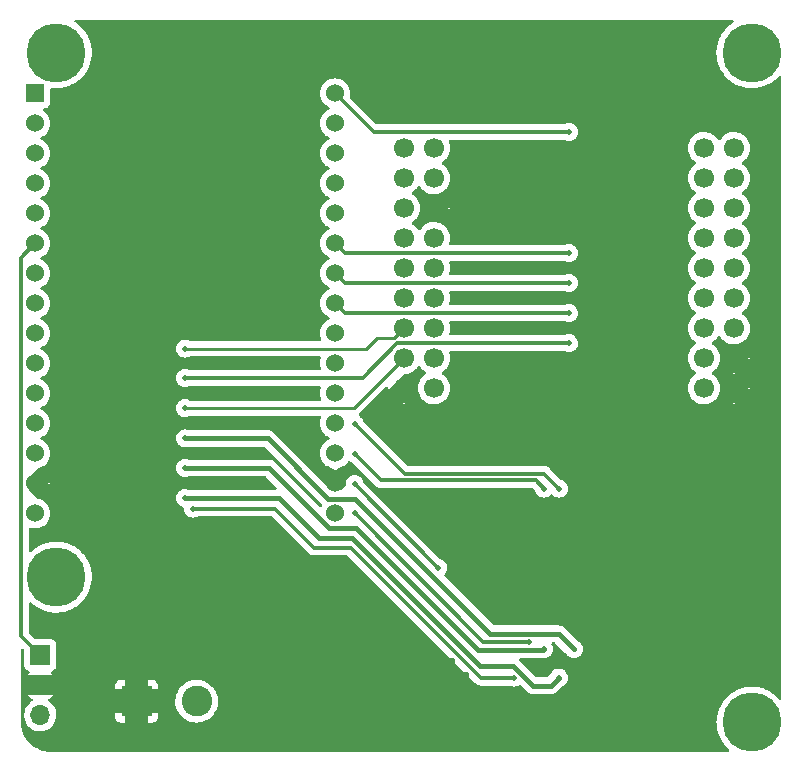
<source format=gbl>
G04 #@! TF.GenerationSoftware,KiCad,Pcbnew,(6.0.2)*
G04 #@! TF.CreationDate,2022-09-28T01:38:39+02:00*
G04 #@! TF.ProjectId,LoRa-Gateway-E32,4c6f5261-2d47-4617-9465-7761792d4533,v1r1b*
G04 #@! TF.SameCoordinates,Original*
G04 #@! TF.FileFunction,Copper,L2,Bot*
G04 #@! TF.FilePolarity,Positive*
%FSLAX46Y46*%
G04 Gerber Fmt 4.6, Leading zero omitted, Abs format (unit mm)*
G04 Created by KiCad (PCBNEW (6.0.2)) date 2022-09-28 01:38:39*
%MOMM*%
%LPD*%
G01*
G04 APERTURE LIST*
G04 #@! TA.AperFunction,ComponentPad*
%ADD10R,1.700000X1.700000*%
G04 #@! TD*
G04 #@! TA.AperFunction,ComponentPad*
%ADD11O,1.700000X1.700000*%
G04 #@! TD*
G04 #@! TA.AperFunction,ComponentPad*
%ADD12C,1.700000*%
G04 #@! TD*
G04 #@! TA.AperFunction,ComponentPad*
%ADD13C,0.800000*%
G04 #@! TD*
G04 #@! TA.AperFunction,ComponentPad*
%ADD14C,5.000000*%
G04 #@! TD*
G04 #@! TA.AperFunction,ComponentPad*
%ADD15R,2.600000X2.600000*%
G04 #@! TD*
G04 #@! TA.AperFunction,ComponentPad*
%ADD16C,2.600000*%
G04 #@! TD*
G04 #@! TA.AperFunction,ComponentPad*
%ADD17R,1.524000X1.524000*%
G04 #@! TD*
G04 #@! TA.AperFunction,ComponentPad*
%ADD18C,1.524000*%
G04 #@! TD*
G04 #@! TA.AperFunction,ViaPad*
%ADD19C,0.600000*%
G04 #@! TD*
G04 #@! TA.AperFunction,ViaPad*
%ADD20C,0.500000*%
G04 #@! TD*
G04 #@! TA.AperFunction,Conductor*
%ADD21C,0.400000*%
G04 #@! TD*
G04 #@! TA.AperFunction,Conductor*
%ADD22C,0.300000*%
G04 #@! TD*
G04 #@! TA.AperFunction,Conductor*
%ADD23C,0.250000*%
G04 #@! TD*
G04 APERTURE END LIST*
D10*
X99150000Y-90300000D03*
D11*
X99150000Y-92840000D03*
X99150000Y-95380000D03*
D12*
X157880000Y-47375000D03*
X157880000Y-67695000D03*
X157880000Y-65155000D03*
X129940000Y-67695000D03*
X132480000Y-52455000D03*
X155340000Y-52455000D03*
X132480000Y-57535000D03*
X155340000Y-60075000D03*
X155340000Y-57535000D03*
X132480000Y-60075000D03*
X132480000Y-62615000D03*
X155340000Y-54995000D03*
X129940000Y-62615000D03*
X155340000Y-62615000D03*
X129940000Y-65155000D03*
X155340000Y-67695000D03*
X155340000Y-65155000D03*
X157880000Y-62615000D03*
X157880000Y-60075000D03*
X157880000Y-57535000D03*
X157880000Y-54995000D03*
X157880000Y-52455000D03*
X157880000Y-49915000D03*
X155340000Y-49915000D03*
X155340000Y-47375000D03*
X132480000Y-67695000D03*
X132480000Y-65155000D03*
X129940000Y-60075000D03*
X129940000Y-57535000D03*
X132480000Y-54995000D03*
X129940000Y-54995000D03*
X129940000Y-52455000D03*
X132480000Y-49915000D03*
X129940000Y-49915000D03*
X132480000Y-47375000D03*
X129940000Y-47375000D03*
D13*
X159400000Y-41175000D03*
X159400000Y-37425000D03*
X161275000Y-39300000D03*
D14*
X159400000Y-39300000D03*
D13*
X160725825Y-40625825D03*
X158074175Y-37974175D03*
X160725825Y-37974175D03*
X157525000Y-39300000D03*
X158074175Y-40625825D03*
X100500000Y-81825000D03*
X101825825Y-85025825D03*
X98625000Y-83700000D03*
X100500000Y-85575000D03*
X99174175Y-82374175D03*
D14*
X100500000Y-83700000D03*
D13*
X102375000Y-83700000D03*
X101825825Y-82374175D03*
X99174175Y-85025825D03*
X158074175Y-94674175D03*
X160725825Y-97325825D03*
X161275000Y-96000000D03*
D14*
X159400000Y-96000000D03*
D13*
X157525000Y-96000000D03*
X158074175Y-97325825D03*
X160725825Y-94674175D03*
X159400000Y-97875000D03*
X159400000Y-94125000D03*
X98625000Y-39300000D03*
X100500000Y-41175000D03*
X99174175Y-37974175D03*
D14*
X100500000Y-39300000D03*
D13*
X100500000Y-37425000D03*
X101825825Y-40625825D03*
X102375000Y-39300000D03*
X101825825Y-37974175D03*
X99174175Y-40625825D03*
D15*
X107300000Y-94205000D03*
D16*
X112380000Y-94205000D03*
D17*
X98700000Y-42740000D03*
D18*
X98700000Y-45280000D03*
X98700000Y-47820000D03*
X98700000Y-50360000D03*
X98700000Y-52900000D03*
X98700000Y-55440000D03*
X98700000Y-57980000D03*
X98700000Y-60520000D03*
X98700000Y-63060000D03*
X98700000Y-65600000D03*
X98700000Y-68140000D03*
X98700000Y-70680000D03*
X98700000Y-73220000D03*
X98700000Y-75760000D03*
X98700000Y-78300000D03*
X124100000Y-78300000D03*
X124100000Y-75760000D03*
X124100000Y-73220000D03*
X124100000Y-70680000D03*
X124100000Y-68140000D03*
X124100000Y-65600000D03*
X124100000Y-63060000D03*
X124100000Y-60520000D03*
X124100000Y-57980000D03*
X124100000Y-55440000D03*
X124100000Y-52900000D03*
X124100000Y-50360000D03*
X124100000Y-47820000D03*
X124100000Y-45280000D03*
X124100000Y-42740000D03*
D19*
X145400000Y-88200000D03*
X148100000Y-77450000D03*
X137800000Y-86000000D03*
X149600000Y-88450000D03*
X153200000Y-83500000D03*
X145950000Y-83000000D03*
X148500000Y-90700000D03*
X148800000Y-81000000D03*
X153100000Y-79800000D03*
X142700000Y-84450000D03*
X134000000Y-90800000D03*
X142550000Y-80400000D03*
X141400000Y-86500000D03*
X138000000Y-80100000D03*
X135100000Y-76550000D03*
X135050000Y-79650000D03*
X151700000Y-86350000D03*
X150800000Y-79850000D03*
X146000000Y-79750000D03*
X148600000Y-85600000D03*
X159300000Y-43300000D03*
X135150000Y-91950000D03*
X139450000Y-83000000D03*
D20*
X111400000Y-71950000D03*
X144320000Y-89800000D03*
X143050000Y-76200000D03*
X125750000Y-70700000D03*
X111400000Y-64350000D03*
X111400000Y-66850000D03*
X143910000Y-63900000D03*
X111400000Y-69400000D03*
X143910000Y-61350000D03*
X143910000Y-58800000D03*
X143910000Y-56275000D03*
X143910000Y-46000000D03*
X139240000Y-92200000D03*
X112049511Y-77900489D03*
X141780000Y-89800000D03*
X111400000Y-74450000D03*
X143050000Y-92200000D03*
X111400000Y-77000000D03*
X125750000Y-78300000D03*
X140510000Y-89200000D03*
X141780000Y-76200000D03*
X125750000Y-73250000D03*
X125750000Y-75800000D03*
X132850000Y-82900000D03*
D21*
X123500000Y-77050000D02*
X125800000Y-77050000D01*
X118400000Y-71950000D02*
X123500000Y-77050000D01*
X111400000Y-71950000D02*
X118400000Y-71950000D01*
X137250000Y-88500000D02*
X143020000Y-88500000D01*
X143020000Y-88500000D02*
X144320000Y-89800000D01*
X125800000Y-77050000D02*
X137250000Y-88500000D01*
D22*
X130000000Y-74950000D02*
X141800000Y-74950000D01*
X125750000Y-70700000D02*
X130000000Y-74950000D01*
X141800000Y-74950000D02*
X143050000Y-76200000D01*
D23*
X126741260Y-64350000D02*
X111400000Y-64350000D01*
X127640780Y-63450480D02*
X126741260Y-64350000D01*
X129104520Y-63450480D02*
X127640780Y-63450480D01*
X129940000Y-62615000D02*
X129104520Y-63450480D01*
D22*
X129374317Y-63900000D02*
X143910000Y-63900000D01*
X111400000Y-66850000D02*
X126424317Y-66850000D01*
X126424317Y-66850000D02*
X129374317Y-63900000D01*
D23*
X125695000Y-69400000D02*
X111400000Y-69400000D01*
X129940000Y-65155000D02*
X125695000Y-69400000D01*
D22*
X143910000Y-61350000D02*
X124930000Y-61350000D01*
X124930000Y-61350000D02*
X124100000Y-60520000D01*
X124920000Y-58800000D02*
X124100000Y-57980000D01*
X143910000Y-58800000D02*
X124920000Y-58800000D01*
X143910000Y-56275000D02*
X124935000Y-56275000D01*
X124935000Y-56275000D02*
X124100000Y-55440000D01*
X143910000Y-46000000D02*
X127360000Y-46000000D01*
X127360000Y-46000000D02*
X124100000Y-42740000D01*
X122350000Y-81200000D02*
X125459970Y-81200000D01*
X119050489Y-77900489D02*
X122350000Y-81200000D01*
X112049511Y-77900489D02*
X119050489Y-77900489D01*
X136489265Y-92229295D02*
X139210705Y-92229295D01*
X125459970Y-81200000D02*
X136489265Y-92229295D01*
X97500000Y-88650000D02*
X99150000Y-90300000D01*
X98700000Y-55440000D02*
X97500000Y-56640000D01*
X97500000Y-56640000D02*
X97500000Y-88650000D01*
D21*
X141730489Y-89849511D02*
X141780000Y-89800000D01*
X118500000Y-74450000D02*
X123600000Y-79550000D01*
X111400000Y-74450000D02*
X118500000Y-74450000D01*
X123600000Y-79550000D02*
X125900000Y-79550000D01*
X136199511Y-89849511D02*
X141730489Y-89849511D01*
X125900000Y-79550000D02*
X136199511Y-89849511D01*
X111400000Y-77000000D02*
X119350000Y-77000000D01*
X136350000Y-91200000D02*
X139158548Y-91200000D01*
X142350000Y-92900000D02*
X143050000Y-92200000D01*
X140858548Y-92900000D02*
X142350000Y-92900000D01*
X122750000Y-80400000D02*
X125550000Y-80400000D01*
X125550000Y-80400000D02*
X136350000Y-91200000D01*
X139158548Y-91200000D02*
X140858548Y-92900000D01*
X119350000Y-77000000D02*
X122750000Y-80400000D01*
D22*
X136650000Y-89200000D02*
X140510000Y-89200000D01*
X125750000Y-78300000D02*
X136650000Y-89200000D01*
X125750000Y-73250000D02*
X128000000Y-75500000D01*
X128000000Y-75500000D02*
X141080000Y-75500000D01*
X141080000Y-75500000D02*
X141780000Y-76200000D01*
X125750000Y-75800000D02*
X132850000Y-82900000D01*
G04 #@! TA.AperFunction,Conductor*
G36*
X157819313Y-36528002D02*
G01*
X157865806Y-36581658D01*
X157875910Y-36651932D01*
X157846416Y-36716512D01*
X157818148Y-36740737D01*
X157654279Y-36843532D01*
X157651443Y-36845804D01*
X157651436Y-36845809D01*
X157522478Y-36949124D01*
X157383509Y-37060459D01*
X157139466Y-37307071D01*
X157137225Y-37309929D01*
X157080732Y-37381978D01*
X156925386Y-37580098D01*
X156923493Y-37583187D01*
X156923491Y-37583190D01*
X156878918Y-37655927D01*
X156744105Y-37875921D01*
X156742580Y-37879206D01*
X156742578Y-37879210D01*
X156703505Y-37963386D01*
X156598027Y-38190620D01*
X156489087Y-38520023D01*
X156488351Y-38523578D01*
X156488350Y-38523581D01*
X156419465Y-38856214D01*
X156418730Y-38859764D01*
X156387888Y-39205341D01*
X156387983Y-39208971D01*
X156387983Y-39208972D01*
X156390367Y-39300000D01*
X156396970Y-39552171D01*
X156445856Y-39895660D01*
X156533897Y-40231253D01*
X156659927Y-40554503D01*
X156661624Y-40557708D01*
X156795113Y-40809825D01*
X156822275Y-40861126D01*
X156824325Y-40864109D01*
X156824327Y-40864112D01*
X157016733Y-41144064D01*
X157016739Y-41144071D01*
X157018790Y-41147056D01*
X157246866Y-41408505D01*
X157324371Y-41479029D01*
X157459268Y-41601775D01*
X157503481Y-41642006D01*
X157785233Y-41844466D01*
X158088388Y-42013200D01*
X158408928Y-42145972D01*
X158412422Y-42146967D01*
X158412424Y-42146968D01*
X158739103Y-42240025D01*
X158739108Y-42240026D01*
X158742604Y-42241022D01*
X158939304Y-42273233D01*
X159081412Y-42296504D01*
X159081419Y-42296505D01*
X159084993Y-42297090D01*
X159258275Y-42305262D01*
X159427931Y-42313263D01*
X159427932Y-42313263D01*
X159431558Y-42313434D01*
X159440415Y-42312830D01*
X159774073Y-42290084D01*
X159774081Y-42290083D01*
X159777704Y-42289836D01*
X159781279Y-42289173D01*
X159781282Y-42289173D01*
X160115279Y-42227270D01*
X160115283Y-42227269D01*
X160118844Y-42226609D01*
X160450456Y-42124592D01*
X160768145Y-41985136D01*
X161012511Y-41842341D01*
X161064560Y-41811926D01*
X161064562Y-41811925D01*
X161067700Y-41810091D01*
X161070609Y-41807907D01*
X161342244Y-41603958D01*
X161342248Y-41603955D01*
X161345151Y-41601775D01*
X161596819Y-41362950D01*
X161669337Y-41276220D01*
X161728378Y-41236791D01*
X161799364Y-41235541D01*
X161859757Y-41272867D01*
X161890382Y-41336918D01*
X161892000Y-41357043D01*
X161892000Y-93941293D01*
X161871998Y-94009414D01*
X161818342Y-94055907D01*
X161748068Y-94066011D01*
X161683488Y-94036517D01*
X161673713Y-94027077D01*
X161485842Y-93824904D01*
X161222019Y-93599578D01*
X161211150Y-93592274D01*
X161082449Y-93505791D01*
X160934047Y-93406069D01*
X160890447Y-93383565D01*
X160628961Y-93248602D01*
X160625741Y-93246940D01*
X160301189Y-93124302D01*
X160297668Y-93123418D01*
X160297663Y-93123416D01*
X160136378Y-93082904D01*
X159964692Y-93039780D01*
X159942476Y-93036855D01*
X159624315Y-92994968D01*
X159624307Y-92994967D01*
X159620711Y-92994494D01*
X159476045Y-92992221D01*
X159277446Y-92989101D01*
X159277442Y-92989101D01*
X159273804Y-92989044D01*
X159270190Y-92989405D01*
X159270184Y-92989405D01*
X159026843Y-93013694D01*
X158928569Y-93023503D01*
X158589583Y-93097414D01*
X158586156Y-93098587D01*
X158586150Y-93098589D01*
X158418914Y-93155847D01*
X158261339Y-93209797D01*
X157948188Y-93359163D01*
X157945109Y-93361094D01*
X157945108Y-93361095D01*
X157904155Y-93386785D01*
X157654279Y-93543532D01*
X157651443Y-93545804D01*
X157651436Y-93545809D01*
X157471456Y-93690000D01*
X157383509Y-93760459D01*
X157139466Y-94007071D01*
X157137225Y-94009929D01*
X156967407Y-94226507D01*
X156925386Y-94280098D01*
X156744105Y-94575921D01*
X156742580Y-94579206D01*
X156742578Y-94579210D01*
X156669873Y-94735840D01*
X156598027Y-94890620D01*
X156579459Y-94946765D01*
X156492116Y-95210865D01*
X156489087Y-95220023D01*
X156488351Y-95223578D01*
X156488350Y-95223581D01*
X156420820Y-95549672D01*
X156418730Y-95559764D01*
X156408622Y-95673023D01*
X156397966Y-95792425D01*
X156387888Y-95905341D01*
X156387983Y-95908971D01*
X156387983Y-95908972D01*
X156396875Y-96248546D01*
X156396970Y-96252171D01*
X156445856Y-96595660D01*
X156533897Y-96931253D01*
X156659927Y-97254503D01*
X156822275Y-97561126D01*
X156824325Y-97564109D01*
X156824327Y-97564112D01*
X157016733Y-97844064D01*
X157016739Y-97844071D01*
X157018790Y-97847056D01*
X157246866Y-98108505D01*
X157249551Y-98110948D01*
X157427431Y-98272806D01*
X157464354Y-98333447D01*
X157462631Y-98404422D01*
X157422809Y-98463199D01*
X157357531Y-98491116D01*
X157342632Y-98492000D01*
X100049328Y-98492000D01*
X100029943Y-98490500D01*
X100015142Y-98488195D01*
X100015139Y-98488195D01*
X100006270Y-98486814D01*
X99989101Y-98489059D01*
X99965161Y-98489892D01*
X99707230Y-98474290D01*
X99692126Y-98472456D01*
X99621352Y-98459486D01*
X99411121Y-98420960D01*
X99396359Y-98417322D01*
X99123592Y-98332325D01*
X99109370Y-98326930D01*
X98848860Y-98209684D01*
X98835391Y-98202615D01*
X98590905Y-98054818D01*
X98578383Y-98046175D01*
X98353493Y-97869984D01*
X98342105Y-97859894D01*
X98140106Y-97657895D01*
X98130016Y-97646507D01*
X97953825Y-97421617D01*
X97945182Y-97409095D01*
X97797385Y-97164609D01*
X97790314Y-97151136D01*
X97692876Y-96934636D01*
X97673069Y-96890627D01*
X97667674Y-96876404D01*
X97625656Y-96741564D01*
X97582678Y-96603641D01*
X97579038Y-96588873D01*
X97527544Y-96307874D01*
X97525710Y-96292770D01*
X97510545Y-96042071D01*
X97511802Y-96015361D01*
X97511805Y-96015141D01*
X97513186Y-96006270D01*
X97511698Y-95994884D01*
X97509064Y-95974749D01*
X97508000Y-95958411D01*
X97508000Y-95346695D01*
X97787251Y-95346695D01*
X97787548Y-95351848D01*
X97787548Y-95351851D01*
X97796180Y-95501550D01*
X97800110Y-95569715D01*
X97801247Y-95574761D01*
X97801248Y-95574767D01*
X97821119Y-95662939D01*
X97849222Y-95787639D01*
X97898490Y-95908972D01*
X97930361Y-95987461D01*
X97933266Y-95994616D01*
X98049987Y-96185088D01*
X98196250Y-96353938D01*
X98368126Y-96496632D01*
X98561000Y-96609338D01*
X98769692Y-96689030D01*
X98774760Y-96690061D01*
X98774763Y-96690062D01*
X98882017Y-96711883D01*
X98988597Y-96733567D01*
X98993772Y-96733757D01*
X98993774Y-96733757D01*
X99206673Y-96741564D01*
X99206677Y-96741564D01*
X99211837Y-96741753D01*
X99216957Y-96741097D01*
X99216959Y-96741097D01*
X99428288Y-96714025D01*
X99428289Y-96714025D01*
X99433416Y-96713368D01*
X99438366Y-96711883D01*
X99642429Y-96650661D01*
X99642434Y-96650659D01*
X99647384Y-96649174D01*
X99847994Y-96550896D01*
X100029860Y-96421173D01*
X100188096Y-96263489D01*
X100193649Y-96255762D01*
X100315435Y-96086277D01*
X100318453Y-96082077D01*
X100344931Y-96028504D01*
X100415136Y-95886453D01*
X100415137Y-95886451D01*
X100417430Y-95881811D01*
X100482370Y-95668069D01*
X100497958Y-95549669D01*
X105492001Y-95549669D01*
X105492371Y-95556490D01*
X105497895Y-95607352D01*
X105501521Y-95622604D01*
X105546676Y-95743054D01*
X105555214Y-95758649D01*
X105631715Y-95860724D01*
X105644276Y-95873285D01*
X105746351Y-95949786D01*
X105761946Y-95958324D01*
X105882394Y-96003478D01*
X105897649Y-96007105D01*
X105948514Y-96012631D01*
X105955328Y-96013000D01*
X106281885Y-96013000D01*
X106297124Y-96008525D01*
X106298329Y-96007135D01*
X106300000Y-95999452D01*
X106300000Y-95994884D01*
X108300000Y-95994884D01*
X108304475Y-96010123D01*
X108305865Y-96011328D01*
X108313548Y-96012999D01*
X108644669Y-96012999D01*
X108651490Y-96012629D01*
X108702352Y-96007105D01*
X108717604Y-96003479D01*
X108838054Y-95958324D01*
X108853649Y-95949786D01*
X108955724Y-95873285D01*
X108968285Y-95860724D01*
X109044786Y-95758649D01*
X109053324Y-95743054D01*
X109098478Y-95622606D01*
X109102105Y-95607351D01*
X109107631Y-95556486D01*
X109108000Y-95549672D01*
X109108000Y-95223115D01*
X109103525Y-95207876D01*
X109102135Y-95206671D01*
X109094452Y-95205000D01*
X108318115Y-95205000D01*
X108302876Y-95209475D01*
X108301671Y-95210865D01*
X108300000Y-95218548D01*
X108300000Y-95994884D01*
X106300000Y-95994884D01*
X106300000Y-95223115D01*
X106295525Y-95207876D01*
X106294135Y-95206671D01*
X106286452Y-95205000D01*
X105510116Y-95205000D01*
X105494877Y-95209475D01*
X105493672Y-95210865D01*
X105492001Y-95218548D01*
X105492001Y-95549669D01*
X100497958Y-95549669D01*
X100511529Y-95446590D01*
X100512794Y-95394810D01*
X100513074Y-95383365D01*
X100513074Y-95383361D01*
X100513156Y-95380000D01*
X100494852Y-95157361D01*
X100440431Y-94940702D01*
X100351354Y-94735840D01*
X100311906Y-94674862D01*
X100232822Y-94552617D01*
X100232820Y-94552614D01*
X100230014Y-94548277D01*
X100079670Y-94383051D01*
X100075619Y-94379852D01*
X100075615Y-94379848D01*
X99908414Y-94247800D01*
X99908410Y-94247798D01*
X99904359Y-94244598D01*
X99862569Y-94221529D01*
X99812598Y-94171097D01*
X99809711Y-94157526D01*
X110567050Y-94157526D01*
X110567274Y-94162192D01*
X110567274Y-94162197D01*
X110571232Y-94244598D01*
X110579947Y-94426019D01*
X110632388Y-94689656D01*
X110723220Y-94942646D01*
X110850450Y-95179431D01*
X110853241Y-95183168D01*
X110853245Y-95183175D01*
X110880761Y-95220023D01*
X111011281Y-95394810D01*
X111014590Y-95398090D01*
X111014595Y-95398096D01*
X111198863Y-95580762D01*
X111202180Y-95584050D01*
X111205942Y-95586808D01*
X111205945Y-95586811D01*
X111318299Y-95669192D01*
X111418954Y-95742995D01*
X111423089Y-95745171D01*
X111423093Y-95745173D01*
X111642718Y-95860724D01*
X111656840Y-95868154D01*
X111910613Y-95956775D01*
X111915206Y-95957647D01*
X112170109Y-96006042D01*
X112170112Y-96006042D01*
X112174698Y-96006913D01*
X112302370Y-96011929D01*
X112438625Y-96017283D01*
X112438630Y-96017283D01*
X112443293Y-96017466D01*
X112547607Y-96006042D01*
X112705844Y-95988713D01*
X112705850Y-95988712D01*
X112710497Y-95988203D01*
X112804238Y-95963523D01*
X112965918Y-95920956D01*
X112965920Y-95920955D01*
X112970441Y-95919765D01*
X112974738Y-95917919D01*
X113213120Y-95815502D01*
X113213122Y-95815501D01*
X113217414Y-95813657D01*
X113336071Y-95740230D01*
X113442017Y-95674669D01*
X113442021Y-95674666D01*
X113445990Y-95672210D01*
X113651149Y-95498530D01*
X113828382Y-95296434D01*
X113875543Y-95223115D01*
X113971269Y-95074291D01*
X113973797Y-95070361D01*
X114084199Y-94825278D01*
X114109423Y-94735840D01*
X114155893Y-94571072D01*
X114155894Y-94571069D01*
X114157163Y-94566568D01*
X114175043Y-94426019D01*
X114190688Y-94303045D01*
X114190688Y-94303041D01*
X114191086Y-94299915D01*
X114193571Y-94205000D01*
X114175277Y-93958831D01*
X114173996Y-93941592D01*
X114173996Y-93941591D01*
X114173650Y-93936937D01*
X114161625Y-93883792D01*
X114115361Y-93679331D01*
X114115360Y-93679326D01*
X114114327Y-93674763D01*
X114016902Y-93424238D01*
X113883518Y-93190864D01*
X113880382Y-93186885D01*
X113809239Y-93096641D01*
X113717105Y-92979769D01*
X113521317Y-92795591D01*
X113335877Y-92666946D01*
X113304299Y-92645039D01*
X113304296Y-92645037D01*
X113300457Y-92642374D01*
X113289357Y-92636900D01*
X113063564Y-92525551D01*
X113063561Y-92525550D01*
X113059376Y-92523486D01*
X113011745Y-92508239D01*
X112957621Y-92490914D01*
X112803370Y-92441538D01*
X112798763Y-92440788D01*
X112798760Y-92440787D01*
X112542674Y-92399081D01*
X112542675Y-92399081D01*
X112538063Y-92398330D01*
X112407719Y-92396624D01*
X112273961Y-92394873D01*
X112273958Y-92394873D01*
X112269284Y-92394812D01*
X112002937Y-92431060D01*
X111744874Y-92506278D01*
X111500763Y-92618815D01*
X111496854Y-92621378D01*
X111279881Y-92763631D01*
X111279876Y-92763635D01*
X111275968Y-92766197D01*
X111233897Y-92803747D01*
X111134233Y-92892701D01*
X111075426Y-92945188D01*
X110903544Y-93151854D01*
X110764096Y-93381656D01*
X110762287Y-93385970D01*
X110762285Y-93385974D01*
X110681797Y-93577918D01*
X110660148Y-93629545D01*
X110593981Y-93890077D01*
X110567050Y-94157526D01*
X99809711Y-94157526D01*
X99797826Y-94101654D01*
X99822942Y-94035248D01*
X99850294Y-94008641D01*
X100025328Y-93883792D01*
X100033200Y-93877139D01*
X100184051Y-93726813D01*
X100190728Y-93718967D01*
X100200972Y-93704712D01*
X100205359Y-93692208D01*
X100196342Y-93690000D01*
X98107668Y-93690000D01*
X98096639Y-93693238D01*
X98101411Y-93703689D01*
X98193216Y-93809672D01*
X98200579Y-93816881D01*
X98364434Y-93952916D01*
X98372881Y-93958831D01*
X98441969Y-93999203D01*
X98490693Y-94050842D01*
X98503764Y-94120625D01*
X98477033Y-94186396D01*
X98436584Y-94219752D01*
X98423607Y-94226507D01*
X98419474Y-94229610D01*
X98419471Y-94229612D01*
X98311789Y-94310462D01*
X98244965Y-94360635D01*
X98090629Y-94522138D01*
X98087715Y-94526410D01*
X98087714Y-94526411D01*
X98053941Y-94575921D01*
X97964743Y-94706680D01*
X97870688Y-94909305D01*
X97810989Y-95124570D01*
X97787251Y-95346695D01*
X97508000Y-95346695D01*
X97508000Y-93186885D01*
X105492000Y-93186885D01*
X105496475Y-93202124D01*
X105497865Y-93203329D01*
X105505548Y-93205000D01*
X106281885Y-93205000D01*
X106297124Y-93200525D01*
X106298329Y-93199135D01*
X106300000Y-93191452D01*
X106300000Y-93186885D01*
X108300000Y-93186885D01*
X108304475Y-93202124D01*
X108305865Y-93203329D01*
X108313548Y-93205000D01*
X109089884Y-93205000D01*
X109105123Y-93200525D01*
X109106328Y-93199135D01*
X109107999Y-93191452D01*
X109107999Y-92860331D01*
X109107629Y-92853510D01*
X109102105Y-92802648D01*
X109098479Y-92787396D01*
X109053324Y-92666946D01*
X109044786Y-92651351D01*
X108968285Y-92549276D01*
X108955724Y-92536715D01*
X108853649Y-92460214D01*
X108838054Y-92451676D01*
X108717606Y-92406522D01*
X108702351Y-92402895D01*
X108651486Y-92397369D01*
X108644672Y-92397000D01*
X108318115Y-92397000D01*
X108302876Y-92401475D01*
X108301671Y-92402865D01*
X108300000Y-92410548D01*
X108300000Y-93186885D01*
X106300000Y-93186885D01*
X106300000Y-92415116D01*
X106295525Y-92399877D01*
X106294135Y-92398672D01*
X106286452Y-92397001D01*
X105955331Y-92397001D01*
X105948510Y-92397371D01*
X105897648Y-92402895D01*
X105882396Y-92406521D01*
X105761946Y-92451676D01*
X105746351Y-92460214D01*
X105644276Y-92536715D01*
X105631715Y-92549276D01*
X105555214Y-92651351D01*
X105546676Y-92666946D01*
X105501522Y-92787394D01*
X105497895Y-92802649D01*
X105492369Y-92853514D01*
X105492000Y-92860328D01*
X105492000Y-93186885D01*
X97508000Y-93186885D01*
X97508000Y-89893450D01*
X97528002Y-89825329D01*
X97581658Y-89778836D01*
X97651932Y-89768732D01*
X97716512Y-89798226D01*
X97723095Y-89804355D01*
X97754595Y-89835855D01*
X97788621Y-89898167D01*
X97791500Y-89924950D01*
X97791500Y-91198134D01*
X97798255Y-91260316D01*
X97849385Y-91396705D01*
X97936739Y-91513261D01*
X98053295Y-91600615D01*
X98061704Y-91603767D01*
X98061705Y-91603768D01*
X98170960Y-91644726D01*
X98227725Y-91687367D01*
X98252425Y-91753929D01*
X98237218Y-91823278D01*
X98217825Y-91849759D01*
X98095042Y-91978244D01*
X98091869Y-91988046D01*
X98100294Y-91990000D01*
X100194593Y-91990000D01*
X100205122Y-91986908D01*
X100199990Y-91976024D01*
X100082293Y-91846677D01*
X100051241Y-91782831D01*
X100059635Y-91712333D01*
X100104812Y-91657564D01*
X100131256Y-91643895D01*
X100238297Y-91603767D01*
X100246705Y-91600615D01*
X100363261Y-91513261D01*
X100450615Y-91396705D01*
X100501745Y-91260316D01*
X100508500Y-91198134D01*
X100508500Y-89401866D01*
X100501745Y-89339684D01*
X100450615Y-89203295D01*
X100363261Y-89086739D01*
X100246705Y-88999385D01*
X100110316Y-88948255D01*
X100048134Y-88941500D01*
X98774950Y-88941500D01*
X98706829Y-88921498D01*
X98685855Y-88904595D01*
X98195405Y-88414145D01*
X98161379Y-88351833D01*
X98158500Y-88325050D01*
X98158500Y-85922111D01*
X98178502Y-85853990D01*
X98232158Y-85807497D01*
X98302432Y-85797393D01*
X98369297Y-85828916D01*
X98603481Y-86042006D01*
X98885233Y-86244466D01*
X99188388Y-86413200D01*
X99508928Y-86545972D01*
X99512422Y-86546967D01*
X99512424Y-86546968D01*
X99839103Y-86640025D01*
X99839108Y-86640026D01*
X99842604Y-86641022D01*
X100039304Y-86673233D01*
X100181412Y-86696504D01*
X100181419Y-86696505D01*
X100184993Y-86697090D01*
X100358276Y-86705262D01*
X100527931Y-86713263D01*
X100527932Y-86713263D01*
X100531558Y-86713434D01*
X100540415Y-86712830D01*
X100874073Y-86690084D01*
X100874081Y-86690083D01*
X100877704Y-86689836D01*
X100881279Y-86689173D01*
X100881282Y-86689173D01*
X101215279Y-86627270D01*
X101215283Y-86627269D01*
X101218844Y-86626609D01*
X101550456Y-86524592D01*
X101868145Y-86385136D01*
X102112511Y-86242341D01*
X102164560Y-86211926D01*
X102164562Y-86211925D01*
X102167700Y-86210091D01*
X102170609Y-86207907D01*
X102442244Y-86003958D01*
X102442248Y-86003955D01*
X102445151Y-86001775D01*
X102696819Y-85762950D01*
X102919370Y-85496783D01*
X103109853Y-85206799D01*
X103187798Y-85051822D01*
X103264117Y-84900080D01*
X103264120Y-84900072D01*
X103265744Y-84896844D01*
X103384977Y-84571026D01*
X103385822Y-84567504D01*
X103385825Y-84567496D01*
X103465124Y-84237191D01*
X103465125Y-84237187D01*
X103465971Y-84233662D01*
X103507652Y-83889225D01*
X103513599Y-83700000D01*
X103513438Y-83697204D01*
X103493836Y-83357246D01*
X103493835Y-83357241D01*
X103493627Y-83353626D01*
X103448736Y-83096414D01*
X103434600Y-83015415D01*
X103434598Y-83015408D01*
X103433976Y-83011842D01*
X103335437Y-82679180D01*
X103199316Y-82360048D01*
X103165840Y-82301357D01*
X103029208Y-82061816D01*
X103027417Y-82058676D01*
X102822018Y-81779060D01*
X102782908Y-81736972D01*
X102628732Y-81571059D01*
X102585842Y-81524904D01*
X102322019Y-81299578D01*
X102034047Y-81106069D01*
X101725741Y-80946940D01*
X101401189Y-80824302D01*
X101397668Y-80823418D01*
X101397663Y-80823416D01*
X101236378Y-80782904D01*
X101064692Y-80739780D01*
X101042476Y-80736855D01*
X100724315Y-80694968D01*
X100724307Y-80694967D01*
X100720711Y-80694494D01*
X100576045Y-80692221D01*
X100377446Y-80689101D01*
X100377442Y-80689101D01*
X100373804Y-80689044D01*
X100370190Y-80689405D01*
X100370184Y-80689405D01*
X100126843Y-80713694D01*
X100028569Y-80723503D01*
X99689583Y-80797414D01*
X99686156Y-80798587D01*
X99686150Y-80798589D01*
X99607296Y-80825587D01*
X99361339Y-80909797D01*
X99048188Y-81059163D01*
X98754279Y-81243532D01*
X98751443Y-81245804D01*
X98751436Y-81245809D01*
X98507384Y-81441332D01*
X98483509Y-81460459D01*
X98480958Y-81463037D01*
X98374061Y-81571059D01*
X98311927Y-81605410D01*
X98241086Y-81600716D01*
X98184028Y-81558467D01*
X98158870Y-81492078D01*
X98158500Y-81482431D01*
X98158500Y-79634431D01*
X98178502Y-79566310D01*
X98232158Y-79519817D01*
X98302432Y-79509713D01*
X98317111Y-79512724D01*
X98343583Y-79519817D01*
X98478537Y-79555978D01*
X98700000Y-79575353D01*
X98921463Y-79555978D01*
X99094125Y-79509713D01*
X99130886Y-79499863D01*
X99130888Y-79499862D01*
X99136196Y-79498440D01*
X99141178Y-79496117D01*
X99332690Y-79406814D01*
X99332695Y-79406811D01*
X99337677Y-79404488D01*
X99439505Y-79333187D01*
X99515270Y-79280136D01*
X99515273Y-79280134D01*
X99519781Y-79276977D01*
X99676977Y-79119781D01*
X99804488Y-78937676D01*
X99806811Y-78932694D01*
X99806814Y-78932689D01*
X99896117Y-78741178D01*
X99896118Y-78741177D01*
X99898440Y-78736196D01*
X99955978Y-78521463D01*
X99975353Y-78300000D01*
X99955978Y-78078537D01*
X99903542Y-77882844D01*
X99899863Y-77869114D01*
X99899862Y-77869112D01*
X99898440Y-77863804D01*
X99859456Y-77780203D01*
X99806814Y-77667311D01*
X99806811Y-77667306D01*
X99804488Y-77662324D01*
X99799181Y-77654745D01*
X99680136Y-77484730D01*
X99680134Y-77484727D01*
X99676977Y-77480219D01*
X99519781Y-77323023D01*
X99515273Y-77319866D01*
X99515270Y-77319864D01*
X99439505Y-77266813D01*
X99337677Y-77195512D01*
X99332695Y-77193189D01*
X99332690Y-77193186D01*
X99141178Y-77103883D01*
X99141177Y-77103882D01*
X99136196Y-77101560D01*
X99130888Y-77100138D01*
X99130886Y-77100137D01*
X99024599Y-77071658D01*
X98933487Y-77047244D01*
X98877003Y-77014633D01*
X98851713Y-76989343D01*
X110636775Y-76989343D01*
X110653381Y-77158699D01*
X110707094Y-77320167D01*
X110710741Y-77326189D01*
X110710742Y-77326191D01*
X110711184Y-77326920D01*
X110795246Y-77465723D01*
X110913455Y-77588132D01*
X111055846Y-77681310D01*
X111062450Y-77683766D01*
X111062452Y-77683767D01*
X111207503Y-77737711D01*
X111264379Y-77780203D01*
X111289253Y-77846700D01*
X111288590Y-77871593D01*
X111286286Y-77889832D01*
X111302892Y-78059188D01*
X111305116Y-78065873D01*
X111305116Y-78065874D01*
X111311151Y-78084016D01*
X111356605Y-78220656D01*
X111360252Y-78226678D01*
X111360253Y-78226680D01*
X111404658Y-78300000D01*
X111444757Y-78366212D01*
X111562966Y-78488621D01*
X111568862Y-78492479D01*
X111697657Y-78576760D01*
X111705357Y-78581799D01*
X111711961Y-78584255D01*
X111711963Y-78584256D01*
X111743257Y-78595894D01*
X111864852Y-78641115D01*
X112033526Y-78663621D01*
X112040537Y-78662983D01*
X112040541Y-78662983D01*
X112195973Y-78648837D01*
X112202994Y-78648198D01*
X112209696Y-78646020D01*
X112209698Y-78646020D01*
X112358134Y-78597790D01*
X112358137Y-78597789D01*
X112364833Y-78595613D01*
X112396459Y-78576760D01*
X112460977Y-78558989D01*
X118725539Y-78558989D01*
X118793660Y-78578991D01*
X118814634Y-78595894D01*
X121826345Y-81607605D01*
X121834335Y-81616385D01*
X121838584Y-81623080D01*
X121844362Y-81628506D01*
X121844363Y-81628507D01*
X121890257Y-81671604D01*
X121893099Y-81674359D01*
X121913667Y-81694927D01*
X121917170Y-81697644D01*
X121926195Y-81705352D01*
X121959867Y-81736972D01*
X121966818Y-81740793D01*
X121966819Y-81740794D01*
X121978658Y-81747303D01*
X121995182Y-81758157D01*
X122005865Y-81766443D01*
X122012132Y-81771304D01*
X122019407Y-81774452D01*
X122054536Y-81789654D01*
X122065181Y-81794869D01*
X122105663Y-81817124D01*
X122113337Y-81819094D01*
X122113344Y-81819097D01*
X122126426Y-81822455D01*
X122145134Y-81828860D01*
X122164823Y-81837380D01*
X122172649Y-81838619D01*
X122172651Y-81838620D01*
X122197159Y-81842501D01*
X122210459Y-81844608D01*
X122222070Y-81847012D01*
X122253107Y-81854981D01*
X122259135Y-81856529D01*
X122259136Y-81856529D01*
X122266812Y-81858500D01*
X122288258Y-81858500D01*
X122307968Y-81860051D01*
X122321322Y-81862166D01*
X122321323Y-81862166D01*
X122329152Y-81863406D01*
X122375141Y-81859059D01*
X122386996Y-81858500D01*
X125135020Y-81858500D01*
X125203141Y-81878502D01*
X125224115Y-81895405D01*
X135965610Y-92636900D01*
X135973600Y-92645680D01*
X135977849Y-92652375D01*
X135983627Y-92657801D01*
X135983628Y-92657802D01*
X136029522Y-92700899D01*
X136032364Y-92703654D01*
X136052932Y-92724222D01*
X136056435Y-92726939D01*
X136065460Y-92734647D01*
X136099132Y-92766267D01*
X136106083Y-92770088D01*
X136106084Y-92770089D01*
X136117923Y-92776598D01*
X136134447Y-92787452D01*
X136141501Y-92792923D01*
X136151397Y-92800599D01*
X136158669Y-92803746D01*
X136158671Y-92803747D01*
X136193800Y-92818949D01*
X136204460Y-92824171D01*
X136223534Y-92834657D01*
X136244928Y-92846419D01*
X136265706Y-92851754D01*
X136284396Y-92858153D01*
X136304089Y-92866675D01*
X136347861Y-92873608D01*
X136349713Y-92873901D01*
X136361336Y-92876308D01*
X136389337Y-92883497D01*
X136406077Y-92887795D01*
X136427524Y-92887795D01*
X136447234Y-92889346D01*
X136468417Y-92892701D01*
X136514406Y-92888354D01*
X136526261Y-92887795D01*
X138890614Y-92887795D01*
X138934534Y-92895698D01*
X138943959Y-92899203D01*
X139055341Y-92940626D01*
X139224015Y-92963132D01*
X139231026Y-92962494D01*
X139231030Y-92962494D01*
X139386462Y-92948348D01*
X139393483Y-92947709D01*
X139400185Y-92945531D01*
X139400187Y-92945531D01*
X139548623Y-92897301D01*
X139548626Y-92897300D01*
X139555322Y-92895124D01*
X139637025Y-92846419D01*
X139656756Y-92834657D01*
X139725511Y-92816957D01*
X139792921Y-92839239D01*
X139810369Y-92853791D01*
X140337098Y-93380520D01*
X140342952Y-93386785D01*
X140380987Y-93430385D01*
X140433267Y-93467128D01*
X140438562Y-93471061D01*
X140488830Y-93510476D01*
X140495746Y-93513599D01*
X140498032Y-93514983D01*
X140512713Y-93523357D01*
X140515073Y-93524622D01*
X140521287Y-93528990D01*
X140528366Y-93531750D01*
X140528368Y-93531751D01*
X140580823Y-93552202D01*
X140586892Y-93554753D01*
X140645121Y-93581045D01*
X140652594Y-93582430D01*
X140655160Y-93583234D01*
X140671383Y-93587855D01*
X140673975Y-93588520D01*
X140681057Y-93591282D01*
X140688592Y-93592274D01*
X140744409Y-93599622D01*
X140750925Y-93600654D01*
X140789318Y-93607770D01*
X140813734Y-93612295D01*
X140821314Y-93611858D01*
X140821315Y-93611858D01*
X140875928Y-93608709D01*
X140883181Y-93608500D01*
X142321088Y-93608500D01*
X142329658Y-93608792D01*
X142379776Y-93612209D01*
X142379780Y-93612209D01*
X142387352Y-93612725D01*
X142394829Y-93611420D01*
X142394830Y-93611420D01*
X142421308Y-93606799D01*
X142450303Y-93601738D01*
X142456821Y-93600777D01*
X142520242Y-93593102D01*
X142527343Y-93590419D01*
X142529952Y-93589778D01*
X142546262Y-93585315D01*
X142548798Y-93584550D01*
X142556284Y-93583243D01*
X142614800Y-93557556D01*
X142620904Y-93555065D01*
X142673548Y-93535173D01*
X142673549Y-93535172D01*
X142680656Y-93532487D01*
X142686919Y-93528183D01*
X142689285Y-93526946D01*
X142704097Y-93518701D01*
X142706351Y-93517368D01*
X142713305Y-93514315D01*
X142764002Y-93475413D01*
X142769332Y-93471541D01*
X142815720Y-93439661D01*
X142815725Y-93439656D01*
X142821981Y-93435357D01*
X142828009Y-93428592D01*
X142863435Y-93388830D01*
X142868416Y-93383554D01*
X143335194Y-92916776D01*
X143365656Y-92895684D01*
X143365322Y-92895124D01*
X143377616Y-92887795D01*
X143511490Y-92807990D01*
X143516584Y-92803139D01*
X143516588Y-92803136D01*
X143596602Y-92726939D01*
X143634721Y-92690639D01*
X143728891Y-92548902D01*
X143789319Y-92389825D01*
X143813001Y-92221313D01*
X143813299Y-92200000D01*
X143794331Y-92030892D01*
X143738368Y-91870189D01*
X143732383Y-91860610D01*
X143683780Y-91782831D01*
X143648192Y-91725879D01*
X143634741Y-91712333D01*
X143533248Y-91610129D01*
X143528286Y-91605132D01*
X143521169Y-91600615D01*
X143473406Y-91570304D01*
X143384608Y-91513951D01*
X143224300Y-91456868D01*
X143055329Y-91436720D01*
X143048326Y-91437456D01*
X143048325Y-91437456D01*
X142893101Y-91453770D01*
X142893097Y-91453771D01*
X142886093Y-91454507D01*
X142879422Y-91456778D01*
X142731673Y-91507075D01*
X142731670Y-91507076D01*
X142725003Y-91509346D01*
X142719005Y-91513036D01*
X142719003Y-91513037D01*
X142586065Y-91594821D01*
X142586063Y-91594823D01*
X142580066Y-91598512D01*
X142458486Y-91717573D01*
X142454675Y-91723487D01*
X142454673Y-91723489D01*
X142390363Y-91823278D01*
X142366304Y-91860610D01*
X142363894Y-91867230D01*
X142363894Y-91867231D01*
X142363772Y-91867567D01*
X142363571Y-91867883D01*
X142360763Y-91873539D01*
X142360158Y-91873239D01*
X142334467Y-91913563D01*
X142093435Y-92154595D01*
X142031123Y-92188621D01*
X142004340Y-92191500D01*
X141204208Y-92191500D01*
X141136087Y-92171498D01*
X141115113Y-92154595D01*
X139733624Y-90773106D01*
X139699598Y-90710794D01*
X139704663Y-90639979D01*
X139747210Y-90583143D01*
X139813730Y-90558332D01*
X139822719Y-90558011D01*
X141701577Y-90558011D01*
X141710146Y-90558303D01*
X141714570Y-90558605D01*
X141742243Y-90560491D01*
X141750298Y-90561302D01*
X141764015Y-90563132D01*
X141771026Y-90562494D01*
X141771030Y-90562494D01*
X141926462Y-90548348D01*
X141933483Y-90547709D01*
X141940185Y-90545531D01*
X141940187Y-90545531D01*
X142088623Y-90497301D01*
X142088626Y-90497300D01*
X142095322Y-90495124D01*
X142241490Y-90407990D01*
X142246584Y-90403139D01*
X142246588Y-90403136D01*
X142313833Y-90339099D01*
X142364721Y-90290639D01*
X142458891Y-90148902D01*
X142519319Y-89989825D01*
X142543001Y-89821313D01*
X142543299Y-89800000D01*
X142524331Y-89630892D01*
X142468368Y-89470189D01*
X142425301Y-89401269D01*
X142406166Y-89332902D01*
X142427031Y-89265040D01*
X142481272Y-89219232D01*
X142532156Y-89208500D01*
X142674340Y-89208500D01*
X142742461Y-89228502D01*
X142763435Y-89245405D01*
X143603293Y-90085263D01*
X143626592Y-90118659D01*
X143627094Y-90120167D01*
X143715246Y-90265723D01*
X143833455Y-90388132D01*
X143975846Y-90481310D01*
X143982450Y-90483766D01*
X143982452Y-90483767D01*
X144018844Y-90497301D01*
X144135341Y-90540626D01*
X144304015Y-90563132D01*
X144311026Y-90562494D01*
X144311030Y-90562494D01*
X144466462Y-90548348D01*
X144473483Y-90547709D01*
X144480185Y-90545531D01*
X144480187Y-90545531D01*
X144628623Y-90497301D01*
X144628626Y-90497300D01*
X144635322Y-90495124D01*
X144781490Y-90407990D01*
X144786584Y-90403139D01*
X144786588Y-90403136D01*
X144853833Y-90339099D01*
X144904721Y-90290639D01*
X144998891Y-90148902D01*
X145059319Y-89989825D01*
X145083001Y-89821313D01*
X145083299Y-89800000D01*
X145064331Y-89630892D01*
X145008368Y-89470189D01*
X144918192Y-89325879D01*
X144798286Y-89205132D01*
X144792338Y-89201357D01*
X144660562Y-89117729D01*
X144660558Y-89117727D01*
X144654608Y-89113951D01*
X144647968Y-89111587D01*
X144641637Y-89108499D01*
X144642429Y-89106875D01*
X144605508Y-89083538D01*
X143541442Y-88019472D01*
X143535588Y-88013206D01*
X143502556Y-87975340D01*
X143502553Y-87975337D01*
X143497561Y-87969615D01*
X143445280Y-87932871D01*
X143439986Y-87928939D01*
X143395693Y-87894209D01*
X143389718Y-87889524D01*
X143382802Y-87886401D01*
X143380516Y-87885017D01*
X143365835Y-87876643D01*
X143363475Y-87875378D01*
X143357261Y-87871010D01*
X143350182Y-87868250D01*
X143350180Y-87868249D01*
X143297725Y-87847798D01*
X143291656Y-87845247D01*
X143233427Y-87818955D01*
X143225960Y-87817571D01*
X143223405Y-87816770D01*
X143207152Y-87812141D01*
X143204572Y-87811478D01*
X143197491Y-87808718D01*
X143189960Y-87807727D01*
X143189958Y-87807726D01*
X143160339Y-87803827D01*
X143134139Y-87800378D01*
X143127641Y-87799348D01*
X143064814Y-87787704D01*
X143057234Y-87788141D01*
X143057233Y-87788141D01*
X143002608Y-87791291D01*
X142995354Y-87791500D01*
X137595660Y-87791500D01*
X137527539Y-87771498D01*
X137506565Y-87754595D01*
X133376395Y-83624425D01*
X133342369Y-83562113D01*
X133347434Y-83491298D01*
X133378598Y-83444084D01*
X133434721Y-83390639D01*
X133459313Y-83353626D01*
X133524990Y-83254773D01*
X133528891Y-83248902D01*
X133589319Y-83089825D01*
X133613001Y-82921313D01*
X133613299Y-82900000D01*
X133594331Y-82730892D01*
X133538368Y-82570189D01*
X133448192Y-82425879D01*
X133328286Y-82305132D01*
X133184608Y-82213951D01*
X133072522Y-82174039D01*
X133025694Y-82144435D01*
X126505215Y-75623955D01*
X126475319Y-75576297D01*
X126467053Y-75552560D01*
X126438368Y-75470189D01*
X126432383Y-75460610D01*
X126410420Y-75425464D01*
X126348192Y-75325879D01*
X126228286Y-75205132D01*
X126217597Y-75198348D01*
X126154806Y-75158500D01*
X126084608Y-75113951D01*
X125924300Y-75056868D01*
X125755329Y-75036720D01*
X125748326Y-75037456D01*
X125748325Y-75037456D01*
X125593101Y-75053770D01*
X125593097Y-75053771D01*
X125586093Y-75054507D01*
X125579422Y-75056778D01*
X125431673Y-75107075D01*
X125431670Y-75107076D01*
X125425003Y-75109346D01*
X125419005Y-75113036D01*
X125419003Y-75113037D01*
X125286065Y-75194821D01*
X125286063Y-75194823D01*
X125280066Y-75198512D01*
X125158486Y-75317573D01*
X125154675Y-75323487D01*
X125154673Y-75323489D01*
X125070121Y-75454687D01*
X125066304Y-75460610D01*
X125045514Y-75517730D01*
X125011884Y-75610129D01*
X125008103Y-75620516D01*
X124986775Y-75789343D01*
X124995355Y-75876846D01*
X124995386Y-75877158D01*
X124982127Y-75946905D01*
X124959082Y-75978549D01*
X124633036Y-76304595D01*
X124570724Y-76338621D01*
X124543941Y-76341500D01*
X123845660Y-76341500D01*
X123777539Y-76321498D01*
X123756565Y-76304595D01*
X118921450Y-71469480D01*
X118915596Y-71463215D01*
X118909750Y-71456514D01*
X118877561Y-71419615D01*
X118825280Y-71382871D01*
X118819986Y-71378939D01*
X118775693Y-71344209D01*
X118769718Y-71339524D01*
X118762802Y-71336401D01*
X118760516Y-71335017D01*
X118745835Y-71326643D01*
X118743475Y-71325378D01*
X118737261Y-71321010D01*
X118730182Y-71318250D01*
X118730180Y-71318249D01*
X118677725Y-71297798D01*
X118671656Y-71295247D01*
X118613427Y-71268955D01*
X118605960Y-71267571D01*
X118603405Y-71266770D01*
X118587152Y-71262141D01*
X118584572Y-71261478D01*
X118577491Y-71258718D01*
X118569960Y-71257727D01*
X118569958Y-71257726D01*
X118540339Y-71253827D01*
X118514139Y-71250378D01*
X118507641Y-71249348D01*
X118444814Y-71237704D01*
X118437234Y-71238141D01*
X118437233Y-71238141D01*
X118382608Y-71241291D01*
X118375354Y-71241500D01*
X111693321Y-71241500D01*
X111651054Y-71234199D01*
X111574300Y-71206868D01*
X111405329Y-71186720D01*
X111398326Y-71187456D01*
X111398325Y-71187456D01*
X111243101Y-71203770D01*
X111243097Y-71203771D01*
X111236093Y-71204507D01*
X111229422Y-71206778D01*
X111081673Y-71257075D01*
X111081670Y-71257076D01*
X111075003Y-71259346D01*
X111069005Y-71263036D01*
X111069003Y-71263037D01*
X110936065Y-71344821D01*
X110936063Y-71344823D01*
X110930066Y-71348512D01*
X110808486Y-71467573D01*
X110804675Y-71473487D01*
X110804673Y-71473489D01*
X110720121Y-71604687D01*
X110716304Y-71610610D01*
X110658103Y-71770516D01*
X110636775Y-71939343D01*
X110653381Y-72108699D01*
X110655605Y-72115384D01*
X110655605Y-72115385D01*
X110680040Y-72188839D01*
X110707094Y-72270167D01*
X110795246Y-72415723D01*
X110913455Y-72538132D01*
X111055846Y-72631310D01*
X111062450Y-72633766D01*
X111062452Y-72633767D01*
X111135593Y-72660968D01*
X111215341Y-72690626D01*
X111384015Y-72713132D01*
X111391026Y-72712494D01*
X111391030Y-72712494D01*
X111546462Y-72698348D01*
X111553483Y-72697709D01*
X111560185Y-72695531D01*
X111560187Y-72695531D01*
X111655175Y-72664667D01*
X111694111Y-72658500D01*
X118054340Y-72658500D01*
X118122461Y-72678502D01*
X118143435Y-72695405D01*
X120557375Y-75109346D01*
X122969647Y-77521618D01*
X123003673Y-77583930D01*
X122998608Y-77654745D01*
X122994748Y-77663960D01*
X122982130Y-77691021D01*
X122935214Y-77744307D01*
X122866937Y-77763770D01*
X122798977Y-77743230D01*
X122778839Y-77726869D01*
X119021450Y-73969480D01*
X119015596Y-73963215D01*
X119015101Y-73962648D01*
X118977561Y-73919615D01*
X118925280Y-73882871D01*
X118919986Y-73878939D01*
X118875693Y-73844209D01*
X118869718Y-73839524D01*
X118862802Y-73836401D01*
X118860516Y-73835017D01*
X118845835Y-73826643D01*
X118843475Y-73825378D01*
X118837261Y-73821010D01*
X118830182Y-73818250D01*
X118830180Y-73818249D01*
X118777725Y-73797798D01*
X118771656Y-73795247D01*
X118713427Y-73768955D01*
X118705960Y-73767571D01*
X118703405Y-73766770D01*
X118687152Y-73762141D01*
X118684572Y-73761478D01*
X118677491Y-73758718D01*
X118669960Y-73757727D01*
X118669958Y-73757726D01*
X118640339Y-73753827D01*
X118614139Y-73750378D01*
X118607641Y-73749348D01*
X118544814Y-73737704D01*
X118537234Y-73738141D01*
X118537233Y-73738141D01*
X118482608Y-73741291D01*
X118475354Y-73741500D01*
X111693321Y-73741500D01*
X111651054Y-73734199D01*
X111574300Y-73706868D01*
X111405329Y-73686720D01*
X111398326Y-73687456D01*
X111398325Y-73687456D01*
X111243101Y-73703770D01*
X111243097Y-73703771D01*
X111236093Y-73704507D01*
X111229422Y-73706778D01*
X111081673Y-73757075D01*
X111081670Y-73757076D01*
X111075003Y-73759346D01*
X111069005Y-73763036D01*
X111069003Y-73763037D01*
X110936065Y-73844821D01*
X110936063Y-73844823D01*
X110930066Y-73848512D01*
X110808486Y-73967573D01*
X110804675Y-73973487D01*
X110804673Y-73973489D01*
X110759439Y-74043678D01*
X110716304Y-74110610D01*
X110658103Y-74270516D01*
X110636775Y-74439343D01*
X110653381Y-74608699D01*
X110707094Y-74770167D01*
X110795246Y-74915723D01*
X110913455Y-75038132D01*
X110938479Y-75054507D01*
X111035094Y-75117730D01*
X111055846Y-75131310D01*
X111062450Y-75133766D01*
X111062452Y-75133767D01*
X111128957Y-75158500D01*
X111215341Y-75190626D01*
X111384015Y-75213132D01*
X111391026Y-75212494D01*
X111391030Y-75212494D01*
X111546462Y-75198348D01*
X111553483Y-75197709D01*
X111560185Y-75195531D01*
X111560187Y-75195531D01*
X111655175Y-75164667D01*
X111694111Y-75158500D01*
X118154340Y-75158500D01*
X118222461Y-75178502D01*
X118243435Y-75195405D01*
X119124435Y-76076405D01*
X119158461Y-76138717D01*
X119153396Y-76209532D01*
X119110849Y-76266368D01*
X119044329Y-76291179D01*
X119035340Y-76291500D01*
X111693321Y-76291500D01*
X111651054Y-76284199D01*
X111600979Y-76266368D01*
X111574300Y-76256868D01*
X111405329Y-76236720D01*
X111398326Y-76237456D01*
X111398325Y-76237456D01*
X111243101Y-76253770D01*
X111243097Y-76253771D01*
X111236093Y-76254507D01*
X111229422Y-76256778D01*
X111081673Y-76307075D01*
X111081670Y-76307076D01*
X111075003Y-76309346D01*
X111069005Y-76313036D01*
X111069003Y-76313037D01*
X110936065Y-76394821D01*
X110936063Y-76394823D01*
X110930066Y-76398512D01*
X110808486Y-76517573D01*
X110804675Y-76523487D01*
X110804673Y-76523489D01*
X110784512Y-76554773D01*
X110716304Y-76660610D01*
X110658103Y-76820516D01*
X110636775Y-76989343D01*
X98851713Y-76989343D01*
X98700000Y-76837631D01*
X98195405Y-76333036D01*
X98161380Y-76270724D01*
X98158500Y-76243940D01*
X98158500Y-75761132D01*
X99782828Y-75761132D01*
X99782959Y-75762965D01*
X99787210Y-75769580D01*
X99946172Y-75928542D01*
X99956547Y-75934208D01*
X99960519Y-75923813D01*
X99974371Y-75765486D01*
X99974371Y-75754514D01*
X99960563Y-75596694D01*
X99956257Y-75585686D01*
X99946534Y-75591096D01*
X99790442Y-75747188D01*
X99782828Y-75761132D01*
X98158500Y-75761132D01*
X98158500Y-75276059D01*
X98178502Y-75207938D01*
X98195405Y-75186964D01*
X98700000Y-74682369D01*
X98877001Y-74505369D01*
X98933484Y-74472757D01*
X99130889Y-74419862D01*
X99136196Y-74418440D01*
X99147802Y-74413028D01*
X99332690Y-74326814D01*
X99332695Y-74326811D01*
X99337677Y-74324488D01*
X99439505Y-74253187D01*
X99515270Y-74200136D01*
X99515273Y-74200134D01*
X99519781Y-74196977D01*
X99676977Y-74039781D01*
X99680140Y-74035265D01*
X99801331Y-73862185D01*
X99801332Y-73862183D01*
X99804488Y-73857676D01*
X99806811Y-73852694D01*
X99806814Y-73852689D01*
X99896117Y-73661178D01*
X99896118Y-73661177D01*
X99898440Y-73656196D01*
X99955978Y-73441463D01*
X99975353Y-73220000D01*
X99955978Y-72998537D01*
X99898440Y-72783804D01*
X99896117Y-72778822D01*
X99806814Y-72587311D01*
X99806811Y-72587306D01*
X99804488Y-72582324D01*
X99776246Y-72541990D01*
X99680136Y-72404730D01*
X99680134Y-72404727D01*
X99676977Y-72400219D01*
X99519781Y-72243023D01*
X99515273Y-72239866D01*
X99515270Y-72239864D01*
X99439505Y-72186813D01*
X99337677Y-72115512D01*
X99332695Y-72113189D01*
X99332690Y-72113186D01*
X99227627Y-72064195D01*
X99174342Y-72017278D01*
X99154881Y-71949001D01*
X99175423Y-71881041D01*
X99227627Y-71835805D01*
X99332690Y-71786814D01*
X99332695Y-71786811D01*
X99337677Y-71784488D01*
X99439505Y-71713187D01*
X99515270Y-71660136D01*
X99515273Y-71660134D01*
X99519781Y-71656977D01*
X99676977Y-71499781D01*
X99680140Y-71495265D01*
X99801331Y-71322185D01*
X99801332Y-71322183D01*
X99804488Y-71317676D01*
X99806811Y-71312694D01*
X99806814Y-71312689D01*
X99896117Y-71121178D01*
X99896118Y-71121177D01*
X99898440Y-71116196D01*
X99955978Y-70901463D01*
X99975353Y-70680000D01*
X99955978Y-70458537D01*
X99898440Y-70243804D01*
X99892868Y-70231854D01*
X99806814Y-70047311D01*
X99806811Y-70047306D01*
X99804488Y-70042324D01*
X99801331Y-70037815D01*
X99680136Y-69864730D01*
X99680134Y-69864727D01*
X99676977Y-69860219D01*
X99519781Y-69703023D01*
X99515273Y-69699866D01*
X99515270Y-69699864D01*
X99439505Y-69646813D01*
X99337677Y-69575512D01*
X99332695Y-69573189D01*
X99332690Y-69573186D01*
X99227627Y-69524195D01*
X99174342Y-69477278D01*
X99154881Y-69409001D01*
X99160823Y-69389343D01*
X110636775Y-69389343D01*
X110653381Y-69558699D01*
X110707094Y-69720167D01*
X110710741Y-69726189D01*
X110710742Y-69726191D01*
X110791397Y-69859367D01*
X110795246Y-69865723D01*
X110913455Y-69988132D01*
X110919351Y-69991990D01*
X111021067Y-70058551D01*
X111055846Y-70081310D01*
X111062450Y-70083766D01*
X111062452Y-70083767D01*
X111135593Y-70110968D01*
X111215341Y-70140626D01*
X111384015Y-70163132D01*
X111391026Y-70162494D01*
X111391030Y-70162494D01*
X111546462Y-70148348D01*
X111553483Y-70147709D01*
X111560185Y-70145531D01*
X111560187Y-70145531D01*
X111708623Y-70097301D01*
X111708626Y-70097300D01*
X111715322Y-70095124D01*
X111721373Y-70091517D01*
X111721375Y-70091516D01*
X111788887Y-70051271D01*
X111853404Y-70033500D01*
X122801846Y-70033500D01*
X122869967Y-70053502D01*
X122916460Y-70107158D01*
X122926564Y-70177432D01*
X122916040Y-70212751D01*
X122909919Y-70225879D01*
X122901560Y-70243804D01*
X122844022Y-70458537D01*
X122824647Y-70680000D01*
X122844022Y-70901463D01*
X122901560Y-71116196D01*
X122903882Y-71121177D01*
X122903883Y-71121178D01*
X122993186Y-71312689D01*
X122993189Y-71312694D01*
X122995512Y-71317676D01*
X122998668Y-71322183D01*
X122998669Y-71322185D01*
X123119861Y-71495265D01*
X123123023Y-71499781D01*
X123280219Y-71656977D01*
X123284727Y-71660134D01*
X123284730Y-71660136D01*
X123360495Y-71713187D01*
X123462323Y-71784488D01*
X123467305Y-71786811D01*
X123467310Y-71786814D01*
X123572373Y-71835805D01*
X123625658Y-71882722D01*
X123645119Y-71950999D01*
X123624577Y-72018959D01*
X123572373Y-72064195D01*
X123467311Y-72113186D01*
X123467306Y-72113189D01*
X123462324Y-72115512D01*
X123457817Y-72118668D01*
X123457815Y-72118669D01*
X123284730Y-72239864D01*
X123284727Y-72239866D01*
X123280219Y-72243023D01*
X123123023Y-72400219D01*
X123119866Y-72404727D01*
X123119864Y-72404730D01*
X123023754Y-72541990D01*
X122995512Y-72582324D01*
X122993189Y-72587306D01*
X122993186Y-72587311D01*
X122903883Y-72778822D01*
X122901560Y-72783804D01*
X122844022Y-72998537D01*
X122824647Y-73220000D01*
X122844022Y-73441463D01*
X122901560Y-73656196D01*
X122903882Y-73661177D01*
X122903883Y-73661178D01*
X122993186Y-73852689D01*
X122993189Y-73852694D01*
X122995512Y-73857676D01*
X122998668Y-73862183D01*
X122998669Y-73862185D01*
X123119861Y-74035265D01*
X123123023Y-74039781D01*
X123280219Y-74196977D01*
X123284727Y-74200134D01*
X123284730Y-74200136D01*
X123360495Y-74253187D01*
X123462323Y-74324488D01*
X123467305Y-74326811D01*
X123467310Y-74326814D01*
X123652198Y-74413028D01*
X123663804Y-74418440D01*
X123669111Y-74419862D01*
X123866516Y-74472757D01*
X123922999Y-74505369D01*
X124087188Y-74669558D01*
X124101132Y-74677172D01*
X124102965Y-74677041D01*
X124109580Y-74672790D01*
X124277001Y-74505369D01*
X124333484Y-74472757D01*
X124530889Y-74419862D01*
X124536196Y-74418440D01*
X124547802Y-74413028D01*
X124732690Y-74326814D01*
X124732695Y-74326811D01*
X124737677Y-74324488D01*
X124839505Y-74253187D01*
X124915270Y-74200136D01*
X124915273Y-74200134D01*
X124919781Y-74196977D01*
X125076977Y-74039781D01*
X125080136Y-74035270D01*
X125080140Y-74035265D01*
X125162367Y-73917832D01*
X125217824Y-73873503D01*
X125288443Y-73866194D01*
X125334572Y-73884670D01*
X125405846Y-73931310D01*
X125412450Y-73933766D01*
X125412452Y-73933767D01*
X125530079Y-73977512D01*
X125575254Y-74006514D01*
X127476345Y-75907605D01*
X127484335Y-75916385D01*
X127488584Y-75923080D01*
X127494362Y-75928506D01*
X127494363Y-75928507D01*
X127540257Y-75971604D01*
X127543099Y-75974359D01*
X127563667Y-75994927D01*
X127567170Y-75997644D01*
X127576195Y-76005352D01*
X127609867Y-76036972D01*
X127616818Y-76040793D01*
X127616819Y-76040794D01*
X127628658Y-76047303D01*
X127645182Y-76058157D01*
X127655271Y-76065982D01*
X127662132Y-76071304D01*
X127669404Y-76074451D01*
X127669406Y-76074452D01*
X127704535Y-76089654D01*
X127715196Y-76094876D01*
X127755663Y-76117124D01*
X127776441Y-76122459D01*
X127795131Y-76128858D01*
X127814824Y-76137380D01*
X127822647Y-76138619D01*
X127822650Y-76138620D01*
X127860457Y-76144608D01*
X127872079Y-76147015D01*
X127909133Y-76156529D01*
X127909137Y-76156530D01*
X127916812Y-76158500D01*
X127938253Y-76158500D01*
X127957962Y-76160051D01*
X127979152Y-76163407D01*
X127987044Y-76162661D01*
X128025148Y-76159059D01*
X128037006Y-76158500D01*
X140755049Y-76158500D01*
X140823170Y-76178502D01*
X140844144Y-76195404D01*
X141025251Y-76376510D01*
X141055713Y-76425832D01*
X141087094Y-76520167D01*
X141090741Y-76526189D01*
X141090742Y-76526191D01*
X141144741Y-76615353D01*
X141175246Y-76665723D01*
X141293455Y-76788132D01*
X141435846Y-76881310D01*
X141442450Y-76883766D01*
X141442452Y-76883767D01*
X141478844Y-76897301D01*
X141595341Y-76940626D01*
X141764015Y-76963132D01*
X141771026Y-76962494D01*
X141771030Y-76962494D01*
X141926462Y-76948348D01*
X141933483Y-76947709D01*
X141940185Y-76945531D01*
X141940187Y-76945531D01*
X142088623Y-76897301D01*
X142088626Y-76897300D01*
X142095322Y-76895124D01*
X142241490Y-76807990D01*
X142246584Y-76803139D01*
X142246588Y-76803136D01*
X142328593Y-76725043D01*
X142391718Y-76692551D01*
X142462389Y-76699344D01*
X142506122Y-76728762D01*
X142563455Y-76788132D01*
X142705846Y-76881310D01*
X142712450Y-76883766D01*
X142712452Y-76883767D01*
X142748844Y-76897301D01*
X142865341Y-76940626D01*
X143034015Y-76963132D01*
X143041026Y-76962494D01*
X143041030Y-76962494D01*
X143196462Y-76948348D01*
X143203483Y-76947709D01*
X143210185Y-76945531D01*
X143210187Y-76945531D01*
X143358623Y-76897301D01*
X143358626Y-76897300D01*
X143365322Y-76895124D01*
X143511490Y-76807990D01*
X143516584Y-76803139D01*
X143516588Y-76803136D01*
X143598593Y-76725043D01*
X143634721Y-76690639D01*
X143658608Y-76654687D01*
X143724990Y-76554773D01*
X143728891Y-76548902D01*
X143789319Y-76389825D01*
X143813001Y-76221313D01*
X143813299Y-76200000D01*
X143794331Y-76030892D01*
X143784022Y-76001287D01*
X143740686Y-75876846D01*
X143738368Y-75870189D01*
X143648192Y-75725879D01*
X143528286Y-75605132D01*
X143384608Y-75513951D01*
X143272523Y-75474040D01*
X143225696Y-75444436D01*
X142323655Y-74542395D01*
X142315665Y-74533615D01*
X142315663Y-74533613D01*
X142311416Y-74526920D01*
X142288467Y-74505369D01*
X142259743Y-74478396D01*
X142256901Y-74475641D01*
X142236333Y-74455073D01*
X142232826Y-74452353D01*
X142223804Y-74444647D01*
X142210708Y-74432349D01*
X142190133Y-74413028D01*
X142183181Y-74409206D01*
X142171342Y-74402697D01*
X142154818Y-74391843D01*
X142144132Y-74383555D01*
X142137868Y-74378696D01*
X142130596Y-74375549D01*
X142130594Y-74375548D01*
X142095465Y-74360346D01*
X142084805Y-74355124D01*
X142051284Y-74336695D01*
X142051282Y-74336694D01*
X142044337Y-74332876D01*
X142023559Y-74327541D01*
X142004869Y-74321142D01*
X141985176Y-74312620D01*
X141939552Y-74305394D01*
X141927929Y-74302987D01*
X141899928Y-74295798D01*
X141883188Y-74291500D01*
X141861741Y-74291500D01*
X141842031Y-74289949D01*
X141828677Y-74287834D01*
X141820848Y-74286594D01*
X141774859Y-74290941D01*
X141763004Y-74291500D01*
X130324950Y-74291500D01*
X130256829Y-74271498D01*
X130235855Y-74254595D01*
X126505215Y-70523955D01*
X126475319Y-70476297D01*
X126467053Y-70452560D01*
X126438368Y-70370189D01*
X126348192Y-70225879D01*
X126335156Y-70212751D01*
X126233248Y-70110129D01*
X126228286Y-70105132D01*
X126215947Y-70097301D01*
X126154886Y-70058551D01*
X126108087Y-70005162D01*
X126097582Y-69934947D01*
X126126706Y-69870199D01*
X126129213Y-69867575D01*
X126132107Y-69865472D01*
X126160298Y-69831395D01*
X126168288Y-69822616D01*
X126945850Y-69045054D01*
X129796307Y-69045054D01*
X129807871Y-69049139D01*
X129996650Y-69056062D01*
X130006936Y-69055595D01*
X130070147Y-69047498D01*
X130081694Y-69042438D01*
X130076574Y-69033655D01*
X129952808Y-68909890D01*
X129938870Y-68902279D01*
X129937034Y-68902411D01*
X129930421Y-68906660D01*
X129801456Y-69035626D01*
X129796307Y-69045054D01*
X126945850Y-69045054D01*
X128365493Y-67625411D01*
X128427805Y-67591385D01*
X128498620Y-67596450D01*
X128555456Y-67638997D01*
X128580379Y-67707253D01*
X128587256Y-67826534D01*
X128591025Y-67837081D01*
X128601422Y-67831497D01*
X128737918Y-67695000D01*
X129880363Y-66552555D01*
X129942675Y-66518530D01*
X129974076Y-66515735D01*
X129975837Y-66515800D01*
X129996673Y-66516564D01*
X129996677Y-66516564D01*
X130001837Y-66516753D01*
X130006957Y-66516097D01*
X130006959Y-66516097D01*
X130218288Y-66489025D01*
X130218289Y-66489025D01*
X130223416Y-66488368D01*
X130250948Y-66480108D01*
X130432429Y-66425661D01*
X130432434Y-66425659D01*
X130437384Y-66424174D01*
X130637994Y-66325896D01*
X130819860Y-66196173D01*
X130824550Y-66191500D01*
X130928859Y-66087554D01*
X130978096Y-66038489D01*
X131037594Y-65955689D01*
X131108453Y-65857077D01*
X131109776Y-65858028D01*
X131156645Y-65814857D01*
X131226580Y-65802625D01*
X131292026Y-65830144D01*
X131319875Y-65861994D01*
X131379987Y-65960088D01*
X131526250Y-66128938D01*
X131698126Y-66271632D01*
X131768595Y-66312811D01*
X131771445Y-66314476D01*
X131820169Y-66366114D01*
X131833240Y-66435897D01*
X131806509Y-66501669D01*
X131766055Y-66535027D01*
X131753607Y-66541507D01*
X131749474Y-66544610D01*
X131749471Y-66544612D01*
X131579100Y-66672530D01*
X131574965Y-66675635D01*
X131420629Y-66837138D01*
X131417715Y-66841410D01*
X131417714Y-66841411D01*
X131398212Y-66870000D01*
X131294743Y-67021680D01*
X131279003Y-67055590D01*
X131223022Y-67176191D01*
X131200688Y-67224305D01*
X131140989Y-67439570D01*
X131117251Y-67661695D01*
X131117548Y-67666848D01*
X131117548Y-67666851D01*
X131127328Y-67836464D01*
X131130110Y-67884715D01*
X131131247Y-67889761D01*
X131131248Y-67889767D01*
X131137732Y-67918537D01*
X131179222Y-68102639D01*
X131263266Y-68309616D01*
X131379987Y-68500088D01*
X131526250Y-68668938D01*
X131698126Y-68811632D01*
X131891000Y-68924338D01*
X132099692Y-69004030D01*
X132104760Y-69005061D01*
X132104763Y-69005062D01*
X132212017Y-69026883D01*
X132318597Y-69048567D01*
X132323772Y-69048757D01*
X132323774Y-69048757D01*
X132536673Y-69056564D01*
X132536677Y-69056564D01*
X132541837Y-69056753D01*
X132546957Y-69056097D01*
X132546959Y-69056097D01*
X132758288Y-69029025D01*
X132758289Y-69029025D01*
X132763416Y-69028368D01*
X132768366Y-69026883D01*
X132972429Y-68965661D01*
X132972434Y-68965659D01*
X132977384Y-68964174D01*
X133177994Y-68865896D01*
X133359860Y-68736173D01*
X133375154Y-68720933D01*
X133514435Y-68582137D01*
X133518096Y-68578489D01*
X133577594Y-68495689D01*
X133645435Y-68401277D01*
X133648453Y-68397077D01*
X133666055Y-68361463D01*
X133745136Y-68201453D01*
X133745137Y-68201451D01*
X133747430Y-68196811D01*
X133812370Y-67983069D01*
X133841529Y-67761590D01*
X133842418Y-67725225D01*
X133843074Y-67698365D01*
X133843074Y-67698361D01*
X133843156Y-67695000D01*
X133840418Y-67661695D01*
X153977251Y-67661695D01*
X153977548Y-67666848D01*
X153977548Y-67666851D01*
X153987328Y-67836464D01*
X153990110Y-67884715D01*
X153991247Y-67889761D01*
X153991248Y-67889767D01*
X153997732Y-67918537D01*
X154039222Y-68102639D01*
X154123266Y-68309616D01*
X154239987Y-68500088D01*
X154386250Y-68668938D01*
X154558126Y-68811632D01*
X154751000Y-68924338D01*
X154959692Y-69004030D01*
X154964760Y-69005061D01*
X154964763Y-69005062D01*
X155072017Y-69026883D01*
X155178597Y-69048567D01*
X155183772Y-69048757D01*
X155183774Y-69048757D01*
X155396673Y-69056564D01*
X155396677Y-69056564D01*
X155401837Y-69056753D01*
X155406957Y-69056097D01*
X155406959Y-69056097D01*
X155493163Y-69045054D01*
X157736307Y-69045054D01*
X157747871Y-69049139D01*
X157936650Y-69056062D01*
X157946936Y-69055595D01*
X158010147Y-69047498D01*
X158021694Y-69042438D01*
X158016574Y-69033655D01*
X157892808Y-68909890D01*
X157878870Y-68902279D01*
X157877034Y-68902411D01*
X157870421Y-68906660D01*
X157741456Y-69035626D01*
X157736307Y-69045054D01*
X155493163Y-69045054D01*
X155618288Y-69029025D01*
X155618289Y-69029025D01*
X155623416Y-69028368D01*
X155628366Y-69026883D01*
X155832429Y-68965661D01*
X155832434Y-68965659D01*
X155837384Y-68964174D01*
X156037994Y-68865896D01*
X156219860Y-68736173D01*
X156235154Y-68720933D01*
X156374435Y-68582137D01*
X156378096Y-68578489D01*
X156437594Y-68495689D01*
X156505435Y-68401277D01*
X156508453Y-68397077D01*
X156526055Y-68361463D01*
X156605136Y-68201453D01*
X156605137Y-68201451D01*
X156607430Y-68196811D01*
X156672370Y-67983069D01*
X156701529Y-67761590D01*
X156702418Y-67725225D01*
X156703074Y-67698365D01*
X156703074Y-67698361D01*
X156703128Y-67696130D01*
X159087279Y-67696130D01*
X159087411Y-67697966D01*
X159091660Y-67704579D01*
X159217472Y-67830390D01*
X159228594Y-67836464D01*
X159232396Y-67827128D01*
X159240590Y-67764887D01*
X159241109Y-67758212D01*
X159242572Y-67698364D01*
X159242378Y-67691646D01*
X159231940Y-67564680D01*
X159227731Y-67553750D01*
X159217888Y-67559193D01*
X159094890Y-67682192D01*
X159087279Y-67696130D01*
X156703128Y-67696130D01*
X156703156Y-67695000D01*
X156684852Y-67472361D01*
X156630431Y-67255702D01*
X156541354Y-67050840D01*
X156470658Y-66941560D01*
X156422822Y-66867617D01*
X156422820Y-66867614D01*
X156420014Y-66863277D01*
X156269670Y-66698051D01*
X156265619Y-66694852D01*
X156265615Y-66694848D01*
X156098414Y-66562800D01*
X156098410Y-66562798D01*
X156094359Y-66559598D01*
X156053053Y-66536796D01*
X156003084Y-66486364D01*
X155990271Y-66426130D01*
X157817279Y-66426130D01*
X157817410Y-66427966D01*
X157821660Y-66434579D01*
X157867189Y-66480108D01*
X157881131Y-66487720D01*
X157882966Y-66487589D01*
X157889580Y-66483338D01*
X157935111Y-66437808D01*
X157942721Y-66423870D01*
X157942590Y-66422034D01*
X157938340Y-66415421D01*
X157892811Y-66369892D01*
X157878869Y-66362280D01*
X157877034Y-66362411D01*
X157870420Y-66366662D01*
X157824889Y-66412192D01*
X157817279Y-66426130D01*
X155990271Y-66426130D01*
X155988312Y-66416921D01*
X156013428Y-66350516D01*
X156040780Y-66323909D01*
X156084603Y-66292650D01*
X156219860Y-66196173D01*
X156224550Y-66191500D01*
X156328859Y-66087554D01*
X156378096Y-66038489D01*
X156437594Y-65955689D01*
X156505435Y-65861277D01*
X156508453Y-65857077D01*
X156526055Y-65821463D01*
X156605136Y-65661453D01*
X156605137Y-65661451D01*
X156607430Y-65656811D01*
X156672370Y-65443069D01*
X156701529Y-65221590D01*
X156703128Y-65156130D01*
X159087279Y-65156130D01*
X159087411Y-65157966D01*
X159091660Y-65164579D01*
X159217472Y-65290390D01*
X159228594Y-65296464D01*
X159232396Y-65287128D01*
X159240590Y-65224887D01*
X159241109Y-65218212D01*
X159242572Y-65158364D01*
X159242378Y-65151646D01*
X159231940Y-65024680D01*
X159227731Y-65013750D01*
X159217888Y-65019193D01*
X159094890Y-65142192D01*
X159087279Y-65156130D01*
X156703128Y-65156130D01*
X156703156Y-65155000D01*
X156684852Y-64932361D01*
X156630431Y-64715702D01*
X156541354Y-64510840D01*
X156470658Y-64401560D01*
X156422822Y-64327617D01*
X156422820Y-64327614D01*
X156420014Y-64323277D01*
X156269670Y-64158051D01*
X156265619Y-64154852D01*
X156265615Y-64154848D01*
X156098414Y-64022800D01*
X156098410Y-64022798D01*
X156094359Y-64019598D01*
X156053053Y-63996796D01*
X156003084Y-63946364D01*
X155988312Y-63876921D01*
X156013428Y-63810516D01*
X156040780Y-63783909D01*
X156105295Y-63737891D01*
X156219860Y-63656173D01*
X156272447Y-63603770D01*
X156374435Y-63502137D01*
X156378096Y-63498489D01*
X156433864Y-63420880D01*
X156508453Y-63317077D01*
X156509776Y-63318028D01*
X156556645Y-63274857D01*
X156626580Y-63262625D01*
X156692026Y-63290144D01*
X156719875Y-63321994D01*
X156779987Y-63420088D01*
X156926250Y-63588938D01*
X157098126Y-63731632D01*
X157291000Y-63844338D01*
X157499692Y-63924030D01*
X157504760Y-63925061D01*
X157504763Y-63925062D01*
X157609466Y-63946364D01*
X157718597Y-63968567D01*
X157723772Y-63968757D01*
X157723774Y-63968757D01*
X157936673Y-63976564D01*
X157936677Y-63976564D01*
X157941837Y-63976753D01*
X157946957Y-63976097D01*
X157946959Y-63976097D01*
X158158288Y-63949025D01*
X158158289Y-63949025D01*
X158163416Y-63948368D01*
X158240562Y-63925223D01*
X158372429Y-63885661D01*
X158372434Y-63885659D01*
X158377384Y-63884174D01*
X158577994Y-63785896D01*
X158759860Y-63656173D01*
X158812447Y-63603770D01*
X158914435Y-63502137D01*
X158918096Y-63498489D01*
X158977594Y-63415689D01*
X159045435Y-63321277D01*
X159048453Y-63317077D01*
X159056223Y-63301357D01*
X159145136Y-63121453D01*
X159145137Y-63121451D01*
X159147430Y-63116811D01*
X159207103Y-62920404D01*
X159210865Y-62908023D01*
X159210865Y-62908021D01*
X159212370Y-62903069D01*
X159241529Y-62681590D01*
X159243156Y-62615000D01*
X159224852Y-62392361D01*
X159170431Y-62175702D01*
X159081354Y-61970840D01*
X159008975Y-61858959D01*
X158962822Y-61787617D01*
X158962820Y-61787614D01*
X158960014Y-61783277D01*
X158809670Y-61618051D01*
X158805619Y-61614852D01*
X158805615Y-61614848D01*
X158638414Y-61482800D01*
X158638410Y-61482798D01*
X158634359Y-61479598D01*
X158593053Y-61456796D01*
X158543084Y-61406364D01*
X158528312Y-61336921D01*
X158553428Y-61270516D01*
X158580780Y-61243909D01*
X158624603Y-61212650D01*
X158759860Y-61116173D01*
X158918096Y-60958489D01*
X158977594Y-60875689D01*
X159045435Y-60781277D01*
X159048453Y-60777077D01*
X159066055Y-60741463D01*
X159145136Y-60581453D01*
X159145137Y-60581451D01*
X159147430Y-60576811D01*
X159212370Y-60363069D01*
X159241529Y-60141590D01*
X159243156Y-60075000D01*
X159224852Y-59852361D01*
X159170431Y-59635702D01*
X159081354Y-59430840D01*
X159008975Y-59318959D01*
X158962822Y-59247617D01*
X158962820Y-59247614D01*
X158960014Y-59243277D01*
X158809670Y-59078051D01*
X158805619Y-59074852D01*
X158805615Y-59074848D01*
X158638414Y-58942800D01*
X158638410Y-58942798D01*
X158634359Y-58939598D01*
X158593053Y-58916796D01*
X158543084Y-58866364D01*
X158528312Y-58796921D01*
X158553428Y-58730516D01*
X158580780Y-58703909D01*
X158624603Y-58672650D01*
X158759860Y-58576173D01*
X158918096Y-58418489D01*
X158977594Y-58335689D01*
X159045435Y-58241277D01*
X159048453Y-58237077D01*
X159061772Y-58210129D01*
X159145136Y-58041453D01*
X159145137Y-58041451D01*
X159147430Y-58036811D01*
X159212370Y-57823069D01*
X159241529Y-57601590D01*
X159243156Y-57535000D01*
X159224852Y-57312361D01*
X159170431Y-57095702D01*
X159081354Y-56890840D01*
X159008975Y-56778959D01*
X158962822Y-56707617D01*
X158962820Y-56707614D01*
X158960014Y-56703277D01*
X158809670Y-56538051D01*
X158805619Y-56534852D01*
X158805615Y-56534848D01*
X158638414Y-56402800D01*
X158638410Y-56402798D01*
X158634359Y-56399598D01*
X158593053Y-56376796D01*
X158543084Y-56326364D01*
X158528312Y-56256921D01*
X158553428Y-56190516D01*
X158580780Y-56163909D01*
X158624603Y-56132650D01*
X158759860Y-56036173D01*
X158918096Y-55878489D01*
X158977594Y-55795689D01*
X159045435Y-55701277D01*
X159048453Y-55697077D01*
X159058694Y-55676357D01*
X159145136Y-55501453D01*
X159145137Y-55501451D01*
X159147430Y-55496811D01*
X159212370Y-55283069D01*
X159241529Y-55061590D01*
X159243156Y-54995000D01*
X159224852Y-54772361D01*
X159170431Y-54555702D01*
X159081354Y-54350840D01*
X159008975Y-54238959D01*
X158962822Y-54167617D01*
X158962820Y-54167614D01*
X158960014Y-54163277D01*
X158809670Y-53998051D01*
X158805619Y-53994852D01*
X158805615Y-53994848D01*
X158638414Y-53862800D01*
X158638410Y-53862798D01*
X158634359Y-53859598D01*
X158593053Y-53836796D01*
X158543084Y-53786364D01*
X158528312Y-53716921D01*
X158553428Y-53650516D01*
X158580780Y-53623909D01*
X158624603Y-53592650D01*
X158759860Y-53496173D01*
X158918096Y-53338489D01*
X158977594Y-53255689D01*
X159045435Y-53161277D01*
X159048453Y-53157077D01*
X159066055Y-53121463D01*
X159145136Y-52961453D01*
X159145137Y-52961451D01*
X159147430Y-52956811D01*
X159212370Y-52743069D01*
X159241529Y-52521590D01*
X159243156Y-52455000D01*
X159224852Y-52232361D01*
X159170431Y-52015702D01*
X159081354Y-51810840D01*
X159008975Y-51698959D01*
X158962822Y-51627617D01*
X158962820Y-51627614D01*
X158960014Y-51623277D01*
X158809670Y-51458051D01*
X158805619Y-51454852D01*
X158805615Y-51454848D01*
X158638414Y-51322800D01*
X158638410Y-51322798D01*
X158634359Y-51319598D01*
X158593053Y-51296796D01*
X158543084Y-51246364D01*
X158528312Y-51176921D01*
X158553428Y-51110516D01*
X158580780Y-51083909D01*
X158624603Y-51052650D01*
X158759860Y-50956173D01*
X158918096Y-50798489D01*
X158977594Y-50715689D01*
X159045435Y-50621277D01*
X159048453Y-50617077D01*
X159066055Y-50581463D01*
X159145136Y-50421453D01*
X159145137Y-50421451D01*
X159147430Y-50416811D01*
X159212370Y-50203069D01*
X159241529Y-49981590D01*
X159243156Y-49915000D01*
X159224852Y-49692361D01*
X159170431Y-49475702D01*
X159081354Y-49270840D01*
X159008975Y-49158959D01*
X158962822Y-49087617D01*
X158962820Y-49087614D01*
X158960014Y-49083277D01*
X158809670Y-48918051D01*
X158805619Y-48914852D01*
X158805615Y-48914848D01*
X158638414Y-48782800D01*
X158638410Y-48782798D01*
X158634359Y-48779598D01*
X158593053Y-48756796D01*
X158543084Y-48706364D01*
X158528312Y-48636921D01*
X158553428Y-48570516D01*
X158580780Y-48543909D01*
X158624603Y-48512650D01*
X158759860Y-48416173D01*
X158918096Y-48258489D01*
X158977594Y-48175689D01*
X159045435Y-48081277D01*
X159048453Y-48077077D01*
X159066055Y-48041463D01*
X159145136Y-47881453D01*
X159145137Y-47881451D01*
X159147430Y-47876811D01*
X159212370Y-47663069D01*
X159241529Y-47441590D01*
X159243156Y-47375000D01*
X159224852Y-47152361D01*
X159170431Y-46935702D01*
X159081354Y-46730840D01*
X159008975Y-46618959D01*
X158962822Y-46547617D01*
X158962820Y-46547614D01*
X158960014Y-46543277D01*
X158809670Y-46378051D01*
X158805619Y-46374852D01*
X158805615Y-46374848D01*
X158638414Y-46242800D01*
X158638410Y-46242798D01*
X158634359Y-46239598D01*
X158438789Y-46131638D01*
X158433920Y-46129914D01*
X158433916Y-46129912D01*
X158233087Y-46058795D01*
X158233083Y-46058794D01*
X158228212Y-46057069D01*
X158223119Y-46056162D01*
X158223116Y-46056161D01*
X158013373Y-46018800D01*
X158013367Y-46018799D01*
X158008284Y-46017894D01*
X157934452Y-46016992D01*
X157790081Y-46015228D01*
X157790079Y-46015228D01*
X157784911Y-46015165D01*
X157564091Y-46048955D01*
X157351756Y-46118357D01*
X157153607Y-46221507D01*
X157149474Y-46224610D01*
X157149471Y-46224612D01*
X156979100Y-46352530D01*
X156974965Y-46355635D01*
X156971393Y-46359373D01*
X156835777Y-46501287D01*
X156820629Y-46517138D01*
X156713201Y-46674621D01*
X156658293Y-46719621D01*
X156587768Y-46727792D01*
X156524021Y-46696538D01*
X156503324Y-46672054D01*
X156422822Y-46547617D01*
X156422820Y-46547614D01*
X156420014Y-46543277D01*
X156269670Y-46378051D01*
X156265619Y-46374852D01*
X156265615Y-46374848D01*
X156098414Y-46242800D01*
X156098410Y-46242798D01*
X156094359Y-46239598D01*
X155898789Y-46131638D01*
X155893920Y-46129914D01*
X155893916Y-46129912D01*
X155693087Y-46058795D01*
X155693083Y-46058794D01*
X155688212Y-46057069D01*
X155683119Y-46056162D01*
X155683116Y-46056161D01*
X155473373Y-46018800D01*
X155473367Y-46018799D01*
X155468284Y-46017894D01*
X155394452Y-46016992D01*
X155250081Y-46015228D01*
X155250079Y-46015228D01*
X155244911Y-46015165D01*
X155024091Y-46048955D01*
X154811756Y-46118357D01*
X154613607Y-46221507D01*
X154609474Y-46224610D01*
X154609471Y-46224612D01*
X154439100Y-46352530D01*
X154434965Y-46355635D01*
X154431393Y-46359373D01*
X154295777Y-46501287D01*
X154280629Y-46517138D01*
X154277720Y-46521403D01*
X154277714Y-46521411D01*
X154256793Y-46552080D01*
X154154743Y-46701680D01*
X154134388Y-46745531D01*
X154062870Y-46899605D01*
X154060688Y-46904305D01*
X154000989Y-47119570D01*
X153977251Y-47341695D01*
X153977548Y-47346848D01*
X153977548Y-47346851D01*
X153983011Y-47441590D01*
X153990110Y-47564715D01*
X153991247Y-47569761D01*
X153991248Y-47569767D01*
X153997732Y-47598537D01*
X154039222Y-47782639D01*
X154123266Y-47989616D01*
X154174019Y-48072438D01*
X154237291Y-48175688D01*
X154239987Y-48180088D01*
X154386250Y-48348938D01*
X154558126Y-48491632D01*
X154628595Y-48532811D01*
X154631445Y-48534476D01*
X154680169Y-48586114D01*
X154693240Y-48655897D01*
X154666509Y-48721669D01*
X154626055Y-48755027D01*
X154613607Y-48761507D01*
X154609474Y-48764610D01*
X154609471Y-48764612D01*
X154439100Y-48892530D01*
X154434965Y-48895635D01*
X154280629Y-49057138D01*
X154277720Y-49061403D01*
X154277714Y-49061411D01*
X154248647Y-49104022D01*
X154154743Y-49241680D01*
X154060688Y-49444305D01*
X154000989Y-49659570D01*
X153977251Y-49881695D01*
X153977548Y-49886848D01*
X153977548Y-49886851D01*
X153983011Y-49981590D01*
X153990110Y-50104715D01*
X153991247Y-50109761D01*
X153991248Y-50109767D01*
X153997732Y-50138537D01*
X154039222Y-50322639D01*
X154123266Y-50529616D01*
X154174019Y-50612438D01*
X154237291Y-50715688D01*
X154239987Y-50720088D01*
X154386250Y-50888938D01*
X154558126Y-51031632D01*
X154628595Y-51072811D01*
X154631445Y-51074476D01*
X154680169Y-51126114D01*
X154693240Y-51195897D01*
X154666509Y-51261669D01*
X154626055Y-51295027D01*
X154613607Y-51301507D01*
X154609474Y-51304610D01*
X154609471Y-51304612D01*
X154439100Y-51432530D01*
X154434965Y-51435635D01*
X154280629Y-51597138D01*
X154277720Y-51601403D01*
X154277714Y-51601411D01*
X154248647Y-51644022D01*
X154154743Y-51781680D01*
X154060688Y-51984305D01*
X154000989Y-52199570D01*
X153977251Y-52421695D01*
X153977548Y-52426848D01*
X153977548Y-52426851D01*
X153983011Y-52521590D01*
X153990110Y-52644715D01*
X153991247Y-52649761D01*
X153991248Y-52649767D01*
X153997732Y-52678537D01*
X154039222Y-52862639D01*
X154123266Y-53069616D01*
X154174019Y-53152438D01*
X154237291Y-53255688D01*
X154239987Y-53260088D01*
X154386250Y-53428938D01*
X154558126Y-53571632D01*
X154628595Y-53612811D01*
X154631445Y-53614476D01*
X154680169Y-53666114D01*
X154693240Y-53735897D01*
X154666509Y-53801669D01*
X154626055Y-53835027D01*
X154613607Y-53841507D01*
X154609474Y-53844610D01*
X154609471Y-53844612D01*
X154439100Y-53972530D01*
X154434965Y-53975635D01*
X154280629Y-54137138D01*
X154277720Y-54141403D01*
X154277714Y-54141411D01*
X154248647Y-54184022D01*
X154154743Y-54321680D01*
X154060688Y-54524305D01*
X154000989Y-54739570D01*
X153977251Y-54961695D01*
X153977548Y-54966848D01*
X153977548Y-54966851D01*
X153983011Y-55061590D01*
X153990110Y-55184715D01*
X153991247Y-55189761D01*
X153991248Y-55189767D01*
X153997732Y-55218537D01*
X154039222Y-55402639D01*
X154091660Y-55531778D01*
X154113915Y-55586586D01*
X154123266Y-55609616D01*
X154164165Y-55676357D01*
X154237291Y-55795688D01*
X154239987Y-55800088D01*
X154386250Y-55968938D01*
X154558126Y-56111632D01*
X154628595Y-56152811D01*
X154631445Y-56154476D01*
X154680169Y-56206114D01*
X154693240Y-56275897D01*
X154666509Y-56341669D01*
X154626055Y-56375027D01*
X154613607Y-56381507D01*
X154609474Y-56384610D01*
X154609471Y-56384612D01*
X154439100Y-56512530D01*
X154434965Y-56515635D01*
X154431393Y-56519373D01*
X154331503Y-56623902D01*
X154280629Y-56677138D01*
X154277720Y-56681403D01*
X154277714Y-56681411D01*
X154224263Y-56759768D01*
X154154743Y-56861680D01*
X154113202Y-56951172D01*
X154073270Y-57037200D01*
X154060688Y-57064305D01*
X154000989Y-57279570D01*
X153977251Y-57501695D01*
X153977548Y-57506848D01*
X153977548Y-57506851D01*
X153983011Y-57601590D01*
X153990110Y-57724715D01*
X153991247Y-57729761D01*
X153991248Y-57729767D01*
X153997732Y-57758537D01*
X154039222Y-57942639D01*
X154077424Y-58036720D01*
X154112385Y-58122818D01*
X154123266Y-58149616D01*
X154174019Y-58232438D01*
X154237291Y-58335688D01*
X154239987Y-58340088D01*
X154386250Y-58508938D01*
X154558126Y-58651632D01*
X154628595Y-58692811D01*
X154631445Y-58694476D01*
X154680169Y-58746114D01*
X154693240Y-58815897D01*
X154666509Y-58881669D01*
X154626055Y-58915027D01*
X154613607Y-58921507D01*
X154609474Y-58924610D01*
X154609471Y-58924612D01*
X154513840Y-58996414D01*
X154434965Y-59055635D01*
X154280629Y-59217138D01*
X154277720Y-59221403D01*
X154277714Y-59221411D01*
X154248647Y-59264022D01*
X154154743Y-59401680D01*
X154060688Y-59604305D01*
X154000989Y-59819570D01*
X153977251Y-60041695D01*
X153977548Y-60046848D01*
X153977548Y-60046851D01*
X153983011Y-60141590D01*
X153990110Y-60264715D01*
X153991247Y-60269761D01*
X153991248Y-60269767D01*
X153997732Y-60298537D01*
X154039222Y-60482639D01*
X154088408Y-60603770D01*
X154112845Y-60663951D01*
X154123266Y-60689616D01*
X154161101Y-60751357D01*
X154237291Y-60875688D01*
X154239987Y-60880088D01*
X154386250Y-61048938D01*
X154558126Y-61191632D01*
X154628595Y-61232811D01*
X154631445Y-61234476D01*
X154680169Y-61286114D01*
X154693240Y-61355897D01*
X154666509Y-61421669D01*
X154626055Y-61455027D01*
X154613607Y-61461507D01*
X154609474Y-61464610D01*
X154609471Y-61464612D01*
X154509297Y-61539825D01*
X154434965Y-61595635D01*
X154280629Y-61757138D01*
X154277720Y-61761403D01*
X154277714Y-61761411D01*
X154248647Y-61804022D01*
X154154743Y-61941680D01*
X154111998Y-62033767D01*
X154075591Y-62112200D01*
X154060688Y-62144305D01*
X154000989Y-62359570D01*
X153977251Y-62581695D01*
X153977548Y-62586848D01*
X153977548Y-62586851D01*
X153983011Y-62681590D01*
X153990110Y-62804715D01*
X153991247Y-62809761D01*
X153991248Y-62809767D01*
X153996918Y-62834924D01*
X154039222Y-63022639D01*
X154077461Y-63116811D01*
X154120506Y-63222818D01*
X154123266Y-63229616D01*
X154167229Y-63301357D01*
X154237291Y-63415688D01*
X154239987Y-63420088D01*
X154386250Y-63588938D01*
X154558126Y-63731632D01*
X154587013Y-63748512D01*
X154631445Y-63774476D01*
X154680169Y-63826114D01*
X154693240Y-63895897D01*
X154666509Y-63961669D01*
X154626055Y-63995027D01*
X154613607Y-64001507D01*
X154609474Y-64004610D01*
X154609471Y-64004612D01*
X154439100Y-64132530D01*
X154434965Y-64135635D01*
X154280629Y-64297138D01*
X154277715Y-64301410D01*
X154277714Y-64301411D01*
X154258212Y-64330000D01*
X154154743Y-64481680D01*
X154118088Y-64560647D01*
X154067251Y-64670167D01*
X154060688Y-64684305D01*
X154000989Y-64899570D01*
X153977251Y-65121695D01*
X153977548Y-65126848D01*
X153977548Y-65126851D01*
X153983011Y-65221590D01*
X153990110Y-65344715D01*
X153991247Y-65349761D01*
X153991248Y-65349767D01*
X153997732Y-65378537D01*
X154039222Y-65562639D01*
X154123266Y-65769616D01*
X154174019Y-65852438D01*
X154237291Y-65955688D01*
X154239987Y-65960088D01*
X154386250Y-66128938D01*
X154558126Y-66271632D01*
X154628595Y-66312811D01*
X154631445Y-66314476D01*
X154680169Y-66366114D01*
X154693240Y-66435897D01*
X154666509Y-66501669D01*
X154626055Y-66535027D01*
X154613607Y-66541507D01*
X154609474Y-66544610D01*
X154609471Y-66544612D01*
X154439100Y-66672530D01*
X154434965Y-66675635D01*
X154280629Y-66837138D01*
X154277715Y-66841410D01*
X154277714Y-66841411D01*
X154258212Y-66870000D01*
X154154743Y-67021680D01*
X154139003Y-67055590D01*
X154083022Y-67176191D01*
X154060688Y-67224305D01*
X154000989Y-67439570D01*
X153977251Y-67661695D01*
X133840418Y-67661695D01*
X133824852Y-67472361D01*
X133770431Y-67255702D01*
X133681354Y-67050840D01*
X133610658Y-66941560D01*
X133562822Y-66867617D01*
X133562820Y-66867614D01*
X133560014Y-66863277D01*
X133409670Y-66698051D01*
X133405619Y-66694852D01*
X133405615Y-66694848D01*
X133238414Y-66562800D01*
X133238410Y-66562798D01*
X133234359Y-66559598D01*
X133193053Y-66536796D01*
X133143084Y-66486364D01*
X133128312Y-66416921D01*
X133153428Y-66350516D01*
X133180780Y-66323909D01*
X133224603Y-66292650D01*
X133359860Y-66196173D01*
X133364550Y-66191500D01*
X133468859Y-66087554D01*
X133518096Y-66038489D01*
X133577594Y-65955689D01*
X133645435Y-65861277D01*
X133648453Y-65857077D01*
X133666055Y-65821463D01*
X133745136Y-65661453D01*
X133745137Y-65661451D01*
X133747430Y-65656811D01*
X133812370Y-65443069D01*
X133841529Y-65221590D01*
X133843156Y-65155000D01*
X133824852Y-64932361D01*
X133770431Y-64715702D01*
X133772749Y-64715120D01*
X133770181Y-64654118D01*
X133806019Y-64592830D01*
X133869302Y-64560647D01*
X133892463Y-64558500D01*
X143493427Y-64558500D01*
X143552705Y-64576172D01*
X143553663Y-64574276D01*
X143559950Y-64577452D01*
X143565846Y-64581310D01*
X143572450Y-64583766D01*
X143572452Y-64583767D01*
X143608844Y-64597301D01*
X143725341Y-64640626D01*
X143894015Y-64663132D01*
X143901026Y-64662494D01*
X143901030Y-64662494D01*
X144056462Y-64648348D01*
X144063483Y-64647709D01*
X144070185Y-64645531D01*
X144070187Y-64645531D01*
X144218623Y-64597301D01*
X144218626Y-64597300D01*
X144225322Y-64595124D01*
X144371490Y-64507990D01*
X144376584Y-64503139D01*
X144376588Y-64503136D01*
X144443833Y-64439099D01*
X144494721Y-64390639D01*
X144588891Y-64248902D01*
X144649319Y-64089825D01*
X144673001Y-63921313D01*
X144673299Y-63900000D01*
X144654331Y-63730892D01*
X144647443Y-63711111D01*
X144623669Y-63642842D01*
X144598368Y-63570189D01*
X144508192Y-63425879D01*
X144502442Y-63420088D01*
X144450264Y-63367545D01*
X144388286Y-63305132D01*
X144244608Y-63213951D01*
X144084300Y-63156868D01*
X143915329Y-63136720D01*
X143908326Y-63137456D01*
X143908325Y-63137456D01*
X143753101Y-63153770D01*
X143753097Y-63153771D01*
X143746093Y-63154507D01*
X143739422Y-63156778D01*
X143591673Y-63207075D01*
X143591670Y-63207076D01*
X143585003Y-63209346D01*
X143563105Y-63222818D01*
X143497083Y-63241500D01*
X133879515Y-63241500D01*
X133811394Y-63221498D01*
X133764901Y-63167842D01*
X133754797Y-63097568D01*
X133758957Y-63078871D01*
X133764691Y-63060000D01*
X133807103Y-62920404D01*
X133810865Y-62908023D01*
X133810865Y-62908021D01*
X133812370Y-62903069D01*
X133841529Y-62681590D01*
X133843156Y-62615000D01*
X133824852Y-62392361D01*
X133782461Y-62223595D01*
X133771690Y-62180713D01*
X133771689Y-62180709D01*
X133770431Y-62175702D01*
X133769739Y-62174112D01*
X133766761Y-62104178D01*
X133802569Y-62042873D01*
X133865836Y-62010658D01*
X133889058Y-62008500D01*
X143493427Y-62008500D01*
X143552705Y-62026172D01*
X143553663Y-62024276D01*
X143559950Y-62027452D01*
X143565846Y-62031310D01*
X143572450Y-62033766D01*
X143572452Y-62033767D01*
X143608844Y-62047301D01*
X143725341Y-62090626D01*
X143894015Y-62113132D01*
X143901026Y-62112494D01*
X143901030Y-62112494D01*
X144056462Y-62098348D01*
X144063483Y-62097709D01*
X144070185Y-62095531D01*
X144070187Y-62095531D01*
X144218623Y-62047301D01*
X144218626Y-62047300D01*
X144225322Y-62045124D01*
X144371490Y-61957990D01*
X144376584Y-61953139D01*
X144376588Y-61953136D01*
X144443833Y-61889099D01*
X144494721Y-61840639D01*
X144588891Y-61698902D01*
X144649319Y-61539825D01*
X144673001Y-61371313D01*
X144673299Y-61350000D01*
X144654331Y-61180892D01*
X144647817Y-61162185D01*
X144609529Y-61052240D01*
X144598368Y-61020189D01*
X144508192Y-60875879D01*
X144388286Y-60755132D01*
X144380427Y-60750144D01*
X144285049Y-60689616D01*
X144244608Y-60663951D01*
X144084300Y-60606868D01*
X143915329Y-60586720D01*
X143908326Y-60587456D01*
X143908325Y-60587456D01*
X143753101Y-60603770D01*
X143753097Y-60603771D01*
X143746093Y-60604507D01*
X143739422Y-60606778D01*
X143591673Y-60657075D01*
X143591670Y-60657076D01*
X143585003Y-60659346D01*
X143563105Y-60672818D01*
X143497083Y-60691500D01*
X133882553Y-60691500D01*
X133814432Y-60671498D01*
X133767939Y-60617842D01*
X133757835Y-60547568D01*
X133761995Y-60528871D01*
X133764691Y-60520000D01*
X133812370Y-60363069D01*
X133841529Y-60141590D01*
X133843156Y-60075000D01*
X133824852Y-59852361D01*
X133770431Y-59635702D01*
X133768366Y-59630952D01*
X133766703Y-59626068D01*
X133768837Y-59625342D01*
X133761193Y-59564297D01*
X133791859Y-59500265D01*
X133852275Y-59462977D01*
X133885563Y-59458500D01*
X143493427Y-59458500D01*
X143552705Y-59476172D01*
X143553663Y-59474276D01*
X143559950Y-59477452D01*
X143565846Y-59481310D01*
X143572450Y-59483766D01*
X143572452Y-59483767D01*
X143608844Y-59497301D01*
X143725341Y-59540626D01*
X143894015Y-59563132D01*
X143901026Y-59562494D01*
X143901030Y-59562494D01*
X144056462Y-59548348D01*
X144063483Y-59547709D01*
X144070185Y-59545531D01*
X144070187Y-59545531D01*
X144218623Y-59497301D01*
X144218626Y-59497300D01*
X144225322Y-59495124D01*
X144371490Y-59407990D01*
X144376584Y-59403139D01*
X144376588Y-59403136D01*
X144443833Y-59339099D01*
X144494721Y-59290639D01*
X144512406Y-59264022D01*
X144584990Y-59154773D01*
X144588891Y-59148902D01*
X144649319Y-58989825D01*
X144673001Y-58821313D01*
X144673299Y-58800000D01*
X144654331Y-58630892D01*
X144598368Y-58470189D01*
X144508192Y-58325879D01*
X144388286Y-58205132D01*
X144372096Y-58194857D01*
X144333406Y-58170304D01*
X144244608Y-58113951D01*
X144084300Y-58056868D01*
X143915329Y-58036720D01*
X143908326Y-58037456D01*
X143908325Y-58037456D01*
X143753101Y-58053770D01*
X143753097Y-58053771D01*
X143746093Y-58054507D01*
X143739422Y-58056778D01*
X143591673Y-58107075D01*
X143591670Y-58107076D01*
X143585003Y-58109346D01*
X143563105Y-58122818D01*
X143497083Y-58141500D01*
X133885592Y-58141500D01*
X133817471Y-58121498D01*
X133770978Y-58067842D01*
X133760874Y-57997568D01*
X133765033Y-57978872D01*
X133768307Y-57968096D01*
X133812370Y-57823069D01*
X133841529Y-57601590D01*
X133843156Y-57535000D01*
X133824852Y-57312361D01*
X133771692Y-57100720D01*
X133771691Y-57100718D01*
X133770431Y-57095702D01*
X133771289Y-57095487D01*
X133768461Y-57029185D01*
X133804265Y-56967878D01*
X133867531Y-56935660D01*
X133890760Y-56933500D01*
X143493427Y-56933500D01*
X143552705Y-56951172D01*
X143553663Y-56949276D01*
X143559950Y-56952452D01*
X143565846Y-56956310D01*
X143572450Y-56958766D01*
X143572452Y-56958767D01*
X143608844Y-56972301D01*
X143725341Y-57015626D01*
X143894015Y-57038132D01*
X143901026Y-57037494D01*
X143901030Y-57037494D01*
X144056462Y-57023348D01*
X144063483Y-57022709D01*
X144070185Y-57020531D01*
X144070187Y-57020531D01*
X144218623Y-56972301D01*
X144218626Y-56972300D01*
X144225322Y-56970124D01*
X144371490Y-56882990D01*
X144376584Y-56878139D01*
X144376588Y-56878136D01*
X144478002Y-56781560D01*
X144494721Y-56765639D01*
X144588891Y-56623902D01*
X144649319Y-56464825D01*
X144673001Y-56296313D01*
X144673299Y-56275000D01*
X144654331Y-56105892D01*
X144642769Y-56072689D01*
X144600686Y-55951846D01*
X144598368Y-55945189D01*
X144508192Y-55800879D01*
X144388286Y-55680132D01*
X144372548Y-55670144D01*
X144333406Y-55645304D01*
X144244608Y-55588951D01*
X144084300Y-55531868D01*
X143915329Y-55511720D01*
X143908326Y-55512456D01*
X143908325Y-55512456D01*
X143753101Y-55528770D01*
X143753097Y-55528771D01*
X143746093Y-55529507D01*
X143739422Y-55531778D01*
X143591673Y-55582075D01*
X143591670Y-55582076D01*
X143585003Y-55584346D01*
X143563105Y-55597818D01*
X143497083Y-55616500D01*
X133881034Y-55616500D01*
X133812913Y-55596498D01*
X133766420Y-55542842D01*
X133756316Y-55472568D01*
X133760476Y-55453871D01*
X133763027Y-55445477D01*
X133812370Y-55283069D01*
X133841529Y-55061590D01*
X133843156Y-54995000D01*
X133824852Y-54772361D01*
X133770431Y-54555702D01*
X133681354Y-54350840D01*
X133608975Y-54238959D01*
X133562822Y-54167617D01*
X133562820Y-54167614D01*
X133560014Y-54163277D01*
X133409670Y-53998051D01*
X133405619Y-53994852D01*
X133405615Y-53994848D01*
X133238414Y-53862800D01*
X133238410Y-53862798D01*
X133234359Y-53859598D01*
X133038789Y-53751638D01*
X133033920Y-53749914D01*
X133033916Y-53749912D01*
X132833087Y-53678795D01*
X132833083Y-53678794D01*
X132828212Y-53677069D01*
X132823119Y-53676162D01*
X132823116Y-53676161D01*
X132613373Y-53638800D01*
X132613367Y-53638799D01*
X132608284Y-53637894D01*
X132534452Y-53636992D01*
X132390081Y-53635228D01*
X132390079Y-53635228D01*
X132384911Y-53635165D01*
X132164091Y-53668955D01*
X131951756Y-53738357D01*
X131753607Y-53841507D01*
X131749474Y-53844610D01*
X131749471Y-53844612D01*
X131579100Y-53972530D01*
X131574965Y-53975635D01*
X131420629Y-54137138D01*
X131313201Y-54294621D01*
X131258293Y-54339621D01*
X131187768Y-54347792D01*
X131124021Y-54316538D01*
X131103324Y-54292054D01*
X131022822Y-54167617D01*
X131022820Y-54167614D01*
X131020014Y-54163277D01*
X130869670Y-53998051D01*
X130865619Y-53994852D01*
X130865615Y-53994848D01*
X130698414Y-53862800D01*
X130698410Y-53862798D01*
X130694359Y-53859598D01*
X130653053Y-53836796D01*
X130603084Y-53786364D01*
X130588312Y-53716921D01*
X130613428Y-53650516D01*
X130640780Y-53623909D01*
X130684603Y-53592650D01*
X130819860Y-53496173D01*
X130978096Y-53338489D01*
X131037594Y-53255689D01*
X131105435Y-53161277D01*
X131108453Y-53157077D01*
X131126055Y-53121463D01*
X131205136Y-52961453D01*
X131205137Y-52961451D01*
X131207430Y-52956811D01*
X131272370Y-52743069D01*
X131301529Y-52521590D01*
X131303128Y-52456130D01*
X133687279Y-52456130D01*
X133687411Y-52457966D01*
X133691660Y-52464579D01*
X133817472Y-52590390D01*
X133828594Y-52596464D01*
X133832396Y-52587128D01*
X133840590Y-52524887D01*
X133841109Y-52518212D01*
X133842572Y-52458364D01*
X133842378Y-52451646D01*
X133831940Y-52324680D01*
X133827731Y-52313750D01*
X133817888Y-52319193D01*
X133694890Y-52442192D01*
X133687279Y-52456130D01*
X131303128Y-52456130D01*
X131303156Y-52455000D01*
X131284852Y-52232361D01*
X131230431Y-52015702D01*
X131141354Y-51810840D01*
X131068975Y-51698959D01*
X131022822Y-51627617D01*
X131022820Y-51627614D01*
X131020014Y-51623277D01*
X130869670Y-51458051D01*
X130865619Y-51454852D01*
X130865615Y-51454848D01*
X130698414Y-51322800D01*
X130698410Y-51322798D01*
X130694359Y-51319598D01*
X130653053Y-51296796D01*
X130603084Y-51246364D01*
X130588312Y-51176921D01*
X130613428Y-51110516D01*
X130640780Y-51083909D01*
X130684603Y-51052650D01*
X130819860Y-50956173D01*
X130978096Y-50798489D01*
X131037594Y-50715689D01*
X131108453Y-50617077D01*
X131109776Y-50618028D01*
X131156645Y-50574857D01*
X131226580Y-50562625D01*
X131292026Y-50590144D01*
X131319875Y-50621994D01*
X131379987Y-50720088D01*
X131526250Y-50888938D01*
X131698126Y-51031632D01*
X131891000Y-51144338D01*
X132099692Y-51224030D01*
X132104760Y-51225061D01*
X132104763Y-51225062D01*
X132209466Y-51246364D01*
X132318597Y-51268567D01*
X132323772Y-51268757D01*
X132323774Y-51268757D01*
X132536673Y-51276564D01*
X132536677Y-51276564D01*
X132541837Y-51276753D01*
X132546957Y-51276097D01*
X132546959Y-51276097D01*
X132758288Y-51249025D01*
X132758289Y-51249025D01*
X132763416Y-51248368D01*
X132770096Y-51246364D01*
X132972429Y-51185661D01*
X132972434Y-51185659D01*
X132977384Y-51184174D01*
X133177994Y-51085896D01*
X133359860Y-50956173D01*
X133518096Y-50798489D01*
X133577594Y-50715689D01*
X133645435Y-50621277D01*
X133648453Y-50617077D01*
X133666055Y-50581463D01*
X133745136Y-50421453D01*
X133745137Y-50421451D01*
X133747430Y-50416811D01*
X133812370Y-50203069D01*
X133841529Y-49981590D01*
X133843156Y-49915000D01*
X133824852Y-49692361D01*
X133770431Y-49475702D01*
X133681354Y-49270840D01*
X133608975Y-49158959D01*
X133562822Y-49087617D01*
X133562820Y-49087614D01*
X133560014Y-49083277D01*
X133409670Y-48918051D01*
X133405619Y-48914852D01*
X133405615Y-48914848D01*
X133238414Y-48782800D01*
X133238410Y-48782798D01*
X133234359Y-48779598D01*
X133193053Y-48756796D01*
X133143084Y-48706364D01*
X133128312Y-48636921D01*
X133153428Y-48570516D01*
X133180780Y-48543909D01*
X133224603Y-48512650D01*
X133359860Y-48416173D01*
X133518096Y-48258489D01*
X133577594Y-48175689D01*
X133645435Y-48081277D01*
X133648453Y-48077077D01*
X133666055Y-48041463D01*
X133745136Y-47881453D01*
X133745137Y-47881451D01*
X133747430Y-47876811D01*
X133812370Y-47663069D01*
X133841529Y-47441590D01*
X133843156Y-47375000D01*
X133824852Y-47152361D01*
X133770431Y-46935702D01*
X133726532Y-46834742D01*
X133717712Y-46764296D01*
X133748379Y-46700264D01*
X133808796Y-46662976D01*
X133842082Y-46658500D01*
X143493427Y-46658500D01*
X143552705Y-46676172D01*
X143553663Y-46674276D01*
X143559950Y-46677452D01*
X143565846Y-46681310D01*
X143572450Y-46683766D01*
X143572452Y-46683767D01*
X143608844Y-46697301D01*
X143725341Y-46740626D01*
X143894015Y-46763132D01*
X143901026Y-46762494D01*
X143901030Y-46762494D01*
X144056462Y-46748348D01*
X144063483Y-46747709D01*
X144070185Y-46745531D01*
X144070187Y-46745531D01*
X144218623Y-46697301D01*
X144218626Y-46697300D01*
X144225322Y-46695124D01*
X144371490Y-46607990D01*
X144376584Y-46603139D01*
X144376588Y-46603136D01*
X144462407Y-46521411D01*
X144494721Y-46490639D01*
X144505538Y-46474359D01*
X144581934Y-46359373D01*
X144588891Y-46348902D01*
X144649319Y-46189825D01*
X144673001Y-46021313D01*
X144673299Y-46000000D01*
X144654331Y-45830892D01*
X144598368Y-45670189D01*
X144508192Y-45525879D01*
X144388286Y-45405132D01*
X144244608Y-45313951D01*
X144084300Y-45256868D01*
X143915329Y-45236720D01*
X143908326Y-45237456D01*
X143908325Y-45237456D01*
X143753101Y-45253770D01*
X143753097Y-45253771D01*
X143746093Y-45254507D01*
X143739422Y-45256778D01*
X143591673Y-45307075D01*
X143591670Y-45307076D01*
X143585003Y-45309346D01*
X143563105Y-45322818D01*
X143497083Y-45341500D01*
X127684949Y-45341500D01*
X127616828Y-45321498D01*
X127595854Y-45304595D01*
X125385597Y-43094338D01*
X125351571Y-43032026D01*
X125352984Y-42972636D01*
X125354554Y-42966777D01*
X125354554Y-42966776D01*
X125355978Y-42961463D01*
X125375353Y-42740000D01*
X125355978Y-42518537D01*
X125317503Y-42374949D01*
X125299863Y-42309114D01*
X125299862Y-42309112D01*
X125298440Y-42303804D01*
X125291927Y-42289836D01*
X125206814Y-42107311D01*
X125206811Y-42107306D01*
X125204488Y-42102324D01*
X125123453Y-41986594D01*
X125080136Y-41924730D01*
X125080134Y-41924727D01*
X125076977Y-41920219D01*
X124919781Y-41763023D01*
X124915273Y-41759866D01*
X124915270Y-41759864D01*
X124743462Y-41639563D01*
X124737677Y-41635512D01*
X124732695Y-41633189D01*
X124732690Y-41633186D01*
X124541178Y-41543883D01*
X124541177Y-41543882D01*
X124536196Y-41541560D01*
X124530888Y-41540138D01*
X124530886Y-41540137D01*
X124446437Y-41517509D01*
X124321463Y-41484022D01*
X124100000Y-41464647D01*
X123878537Y-41484022D01*
X123753563Y-41517509D01*
X123669114Y-41540137D01*
X123669112Y-41540138D01*
X123663804Y-41541560D01*
X123658823Y-41543882D01*
X123658822Y-41543883D01*
X123467311Y-41633186D01*
X123467306Y-41633189D01*
X123462324Y-41635512D01*
X123457817Y-41638668D01*
X123457815Y-41638669D01*
X123284730Y-41759864D01*
X123284727Y-41759866D01*
X123280219Y-41763023D01*
X123123023Y-41920219D01*
X123119866Y-41924727D01*
X123119864Y-41924730D01*
X123076547Y-41986594D01*
X122995512Y-42102324D01*
X122993189Y-42107306D01*
X122993186Y-42107311D01*
X122908073Y-42289836D01*
X122901560Y-42303804D01*
X122900138Y-42309112D01*
X122900137Y-42309114D01*
X122882497Y-42374949D01*
X122844022Y-42518537D01*
X122824647Y-42740000D01*
X122844022Y-42961463D01*
X122901560Y-43176196D01*
X122903882Y-43181177D01*
X122903883Y-43181178D01*
X122993186Y-43372689D01*
X122993189Y-43372694D01*
X122995512Y-43377676D01*
X122998668Y-43382183D01*
X122998669Y-43382185D01*
X123118647Y-43553531D01*
X123123023Y-43559781D01*
X123280219Y-43716977D01*
X123284727Y-43720134D01*
X123284730Y-43720136D01*
X123313523Y-43740297D01*
X123462323Y-43844488D01*
X123467305Y-43846811D01*
X123467310Y-43846814D01*
X123572373Y-43895805D01*
X123625658Y-43942722D01*
X123645119Y-44010999D01*
X123624577Y-44078959D01*
X123572373Y-44124195D01*
X123467311Y-44173186D01*
X123467306Y-44173189D01*
X123462324Y-44175512D01*
X123457817Y-44178668D01*
X123457815Y-44178669D01*
X123284730Y-44299864D01*
X123284727Y-44299866D01*
X123280219Y-44303023D01*
X123123023Y-44460219D01*
X123119866Y-44464727D01*
X123119864Y-44464730D01*
X123099248Y-44494173D01*
X122995512Y-44642324D01*
X122993189Y-44647306D01*
X122993186Y-44647311D01*
X122908000Y-44829993D01*
X122901560Y-44843804D01*
X122844022Y-45058537D01*
X122824647Y-45280000D01*
X122844022Y-45501463D01*
X122901560Y-45716196D01*
X122903882Y-45721177D01*
X122903883Y-45721178D01*
X122993186Y-45912689D01*
X122993189Y-45912694D01*
X122995512Y-45917676D01*
X122998668Y-45922183D01*
X122998669Y-45922185D01*
X123118782Y-46093724D01*
X123123023Y-46099781D01*
X123280219Y-46256977D01*
X123284727Y-46260134D01*
X123284730Y-46260136D01*
X123360495Y-46313187D01*
X123462323Y-46384488D01*
X123467305Y-46386811D01*
X123467310Y-46386814D01*
X123572373Y-46435805D01*
X123625658Y-46482722D01*
X123645119Y-46550999D01*
X123624577Y-46618959D01*
X123572373Y-46664195D01*
X123467311Y-46713186D01*
X123467306Y-46713189D01*
X123462324Y-46715512D01*
X123457817Y-46718668D01*
X123457815Y-46718669D01*
X123284730Y-46839864D01*
X123284727Y-46839866D01*
X123280219Y-46843023D01*
X123123023Y-47000219D01*
X123119866Y-47004727D01*
X123119864Y-47004730D01*
X122998669Y-47177815D01*
X122995512Y-47182324D01*
X122993189Y-47187306D01*
X122993186Y-47187311D01*
X122908000Y-47369993D01*
X122901560Y-47383804D01*
X122844022Y-47598537D01*
X122824647Y-47820000D01*
X122844022Y-48041463D01*
X122901560Y-48256196D01*
X122903882Y-48261177D01*
X122903883Y-48261178D01*
X122993186Y-48452689D01*
X122993189Y-48452694D01*
X122995512Y-48457676D01*
X122998668Y-48462183D01*
X122998669Y-48462185D01*
X123118782Y-48633724D01*
X123123023Y-48639781D01*
X123280219Y-48796977D01*
X123284727Y-48800134D01*
X123284730Y-48800136D01*
X123360495Y-48853187D01*
X123462323Y-48924488D01*
X123467305Y-48926811D01*
X123467310Y-48926814D01*
X123572373Y-48975805D01*
X123625658Y-49022722D01*
X123645119Y-49090999D01*
X123624577Y-49158959D01*
X123572373Y-49204195D01*
X123467311Y-49253186D01*
X123467306Y-49253189D01*
X123462324Y-49255512D01*
X123457817Y-49258668D01*
X123457815Y-49258669D01*
X123284730Y-49379864D01*
X123284727Y-49379866D01*
X123280219Y-49383023D01*
X123123023Y-49540219D01*
X123119866Y-49544727D01*
X123119864Y-49544730D01*
X122998669Y-49717815D01*
X122995512Y-49722324D01*
X122993189Y-49727306D01*
X122993186Y-49727311D01*
X122908000Y-49909993D01*
X122901560Y-49923804D01*
X122844022Y-50138537D01*
X122824647Y-50360000D01*
X122844022Y-50581463D01*
X122901560Y-50796196D01*
X122903882Y-50801177D01*
X122903883Y-50801178D01*
X122993186Y-50992689D01*
X122993189Y-50992694D01*
X122995512Y-50997676D01*
X122998668Y-51002183D01*
X122998669Y-51002185D01*
X123118782Y-51173724D01*
X123123023Y-51179781D01*
X123280219Y-51336977D01*
X123284727Y-51340134D01*
X123284730Y-51340136D01*
X123360495Y-51393187D01*
X123462323Y-51464488D01*
X123467305Y-51466811D01*
X123467310Y-51466814D01*
X123572373Y-51515805D01*
X123625658Y-51562722D01*
X123645119Y-51630999D01*
X123624577Y-51698959D01*
X123572373Y-51744195D01*
X123467311Y-51793186D01*
X123467306Y-51793189D01*
X123462324Y-51795512D01*
X123457817Y-51798668D01*
X123457815Y-51798669D01*
X123284730Y-51919864D01*
X123284727Y-51919866D01*
X123280219Y-51923023D01*
X123123023Y-52080219D01*
X123119866Y-52084727D01*
X123119864Y-52084730D01*
X122998669Y-52257815D01*
X122995512Y-52262324D01*
X122993189Y-52267306D01*
X122993186Y-52267311D01*
X122911638Y-52442192D01*
X122901560Y-52463804D01*
X122844022Y-52678537D01*
X122824647Y-52900000D01*
X122844022Y-53121463D01*
X122901560Y-53336196D01*
X122903882Y-53341177D01*
X122903883Y-53341178D01*
X122993186Y-53532689D01*
X122993189Y-53532694D01*
X122995512Y-53537676D01*
X122998668Y-53542183D01*
X122998669Y-53542185D01*
X123118782Y-53713724D01*
X123123023Y-53719781D01*
X123280219Y-53876977D01*
X123284727Y-53880134D01*
X123284730Y-53880136D01*
X123360495Y-53933187D01*
X123462323Y-54004488D01*
X123467305Y-54006811D01*
X123467310Y-54006814D01*
X123572373Y-54055805D01*
X123625658Y-54102722D01*
X123645119Y-54170999D01*
X123624577Y-54238959D01*
X123572373Y-54284195D01*
X123467311Y-54333186D01*
X123467306Y-54333189D01*
X123462324Y-54335512D01*
X123457817Y-54338668D01*
X123457815Y-54338669D01*
X123284730Y-54459864D01*
X123284727Y-54459866D01*
X123280219Y-54463023D01*
X123123023Y-54620219D01*
X123119866Y-54624727D01*
X123119864Y-54624730D01*
X122998669Y-54797815D01*
X122995512Y-54802324D01*
X122993189Y-54807306D01*
X122993186Y-54807311D01*
X122908000Y-54989993D01*
X122901560Y-55003804D01*
X122844022Y-55218537D01*
X122824647Y-55440000D01*
X122844022Y-55661463D01*
X122901560Y-55876196D01*
X122903882Y-55881177D01*
X122903883Y-55881178D01*
X122993186Y-56072689D01*
X122993189Y-56072694D01*
X122995512Y-56077676D01*
X122998668Y-56082183D01*
X122998669Y-56082185D01*
X123098206Y-56224338D01*
X123123023Y-56259781D01*
X123280219Y-56416977D01*
X123284727Y-56420134D01*
X123284730Y-56420136D01*
X123338584Y-56457845D01*
X123462323Y-56544488D01*
X123467305Y-56546811D01*
X123467310Y-56546814D01*
X123572373Y-56595805D01*
X123625658Y-56642722D01*
X123645119Y-56710999D01*
X123624577Y-56778959D01*
X123572373Y-56824195D01*
X123467311Y-56873186D01*
X123467306Y-56873189D01*
X123462324Y-56875512D01*
X123457817Y-56878668D01*
X123457815Y-56878669D01*
X123284730Y-56999864D01*
X123284727Y-56999866D01*
X123280219Y-57003023D01*
X123123023Y-57160219D01*
X123119866Y-57164727D01*
X123119864Y-57164730D01*
X122998669Y-57337815D01*
X122995512Y-57342324D01*
X122993189Y-57347306D01*
X122993186Y-57347311D01*
X122907229Y-57531646D01*
X122901560Y-57543804D01*
X122844022Y-57758537D01*
X122824647Y-57980000D01*
X122844022Y-58201463D01*
X122901560Y-58416196D01*
X122903882Y-58421177D01*
X122903883Y-58421178D01*
X122993186Y-58612689D01*
X122993189Y-58612694D01*
X122995512Y-58617676D01*
X122998668Y-58622183D01*
X122998669Y-58622185D01*
X123098206Y-58764338D01*
X123123023Y-58799781D01*
X123280219Y-58956977D01*
X123284727Y-58960134D01*
X123284730Y-58960136D01*
X123336541Y-58996414D01*
X123462323Y-59084488D01*
X123467305Y-59086811D01*
X123467310Y-59086814D01*
X123572373Y-59135805D01*
X123625658Y-59182722D01*
X123645119Y-59250999D01*
X123624577Y-59318959D01*
X123572373Y-59364195D01*
X123467311Y-59413186D01*
X123467306Y-59413189D01*
X123462324Y-59415512D01*
X123457817Y-59418668D01*
X123457815Y-59418669D01*
X123284730Y-59539864D01*
X123284727Y-59539866D01*
X123280219Y-59543023D01*
X123123023Y-59700219D01*
X123119866Y-59704727D01*
X123119864Y-59704730D01*
X122998669Y-59877815D01*
X122995512Y-59882324D01*
X122993189Y-59887306D01*
X122993186Y-59887311D01*
X122907229Y-60071646D01*
X122901560Y-60083804D01*
X122844022Y-60298537D01*
X122824647Y-60520000D01*
X122844022Y-60741463D01*
X122901560Y-60956196D01*
X122903882Y-60961177D01*
X122903883Y-60961178D01*
X122993186Y-61152689D01*
X122993189Y-61152694D01*
X122995512Y-61157676D01*
X122998668Y-61162183D01*
X122998669Y-61162185D01*
X123098206Y-61304338D01*
X123123023Y-61339781D01*
X123280219Y-61496977D01*
X123284727Y-61500134D01*
X123284730Y-61500136D01*
X123341412Y-61539825D01*
X123462323Y-61624488D01*
X123467305Y-61626811D01*
X123467310Y-61626814D01*
X123572373Y-61675805D01*
X123625658Y-61722722D01*
X123645119Y-61790999D01*
X123624577Y-61858959D01*
X123572373Y-61904195D01*
X123467311Y-61953186D01*
X123467306Y-61953189D01*
X123462324Y-61955512D01*
X123457817Y-61958668D01*
X123457815Y-61958669D01*
X123284730Y-62079864D01*
X123284727Y-62079866D01*
X123280219Y-62083023D01*
X123123023Y-62240219D01*
X123119866Y-62244727D01*
X123119864Y-62244730D01*
X122998669Y-62417815D01*
X122995512Y-62422324D01*
X122993189Y-62427306D01*
X122993186Y-62427311D01*
X122907229Y-62611646D01*
X122901560Y-62623804D01*
X122844022Y-62838537D01*
X122824647Y-63060000D01*
X122844022Y-63281463D01*
X122901560Y-63496196D01*
X122903882Y-63501177D01*
X122903883Y-63501178D01*
X122920704Y-63537250D01*
X122931365Y-63607441D01*
X122902385Y-63672254D01*
X122842966Y-63711111D01*
X122806509Y-63716500D01*
X111854018Y-63716500D01*
X111786506Y-63696887D01*
X111734608Y-63663951D01*
X111574300Y-63606868D01*
X111405329Y-63586720D01*
X111398326Y-63587456D01*
X111398325Y-63587456D01*
X111243101Y-63603770D01*
X111243097Y-63603771D01*
X111236093Y-63604507D01*
X111229422Y-63606778D01*
X111081673Y-63657075D01*
X111081670Y-63657076D01*
X111075003Y-63659346D01*
X111069005Y-63663036D01*
X111069003Y-63663037D01*
X110936065Y-63744821D01*
X110936063Y-63744823D01*
X110930066Y-63748512D01*
X110925033Y-63753441D01*
X110830331Y-63846181D01*
X110808486Y-63867573D01*
X110804675Y-63873487D01*
X110804673Y-63873489D01*
X110720169Y-64004612D01*
X110716304Y-64010610D01*
X110658103Y-64170516D01*
X110636775Y-64339343D01*
X110653381Y-64508699D01*
X110655605Y-64515384D01*
X110655605Y-64515385D01*
X110670662Y-64560647D01*
X110707094Y-64670167D01*
X110710741Y-64676189D01*
X110710742Y-64676191D01*
X110771690Y-64776827D01*
X110795246Y-64815723D01*
X110913455Y-64938132D01*
X110965602Y-64972256D01*
X111009942Y-65001271D01*
X111055846Y-65031310D01*
X111062450Y-65033766D01*
X111062452Y-65033767D01*
X111098844Y-65047301D01*
X111215341Y-65090626D01*
X111384015Y-65113132D01*
X111391026Y-65112494D01*
X111391030Y-65112494D01*
X111546462Y-65098348D01*
X111553483Y-65097709D01*
X111560185Y-65095531D01*
X111560187Y-65095531D01*
X111708623Y-65047301D01*
X111708626Y-65047300D01*
X111715322Y-65045124D01*
X111721373Y-65041517D01*
X111721375Y-65041516D01*
X111788887Y-65001271D01*
X111853404Y-64983500D01*
X122787856Y-64983500D01*
X122855977Y-65003502D01*
X122902470Y-65057158D01*
X122912574Y-65127432D01*
X122904865Y-65153321D01*
X122905766Y-65153649D01*
X122903883Y-65158822D01*
X122901560Y-65163804D01*
X122844022Y-65378537D01*
X122824647Y-65600000D01*
X122844022Y-65821463D01*
X122900138Y-66030886D01*
X122900674Y-66032888D01*
X122898984Y-66103865D01*
X122859190Y-66162661D01*
X122793926Y-66190609D01*
X122778967Y-66191500D01*
X111814624Y-66191500D01*
X111747110Y-66171885D01*
X111746330Y-66171390D01*
X111734608Y-66163951D01*
X111574300Y-66106868D01*
X111405329Y-66086720D01*
X111398326Y-66087456D01*
X111398325Y-66087456D01*
X111243101Y-66103770D01*
X111243097Y-66103771D01*
X111236093Y-66104507D01*
X111229422Y-66106778D01*
X111081673Y-66157075D01*
X111081670Y-66157076D01*
X111075003Y-66159346D01*
X111069005Y-66163036D01*
X111069003Y-66163037D01*
X110936065Y-66244821D01*
X110936063Y-66244823D01*
X110930066Y-66248512D01*
X110808486Y-66367573D01*
X110804675Y-66373487D01*
X110804673Y-66373489D01*
X110731595Y-66486883D01*
X110716304Y-66510610D01*
X110658103Y-66670516D01*
X110636775Y-66839343D01*
X110653381Y-67008699D01*
X110707094Y-67170167D01*
X110795246Y-67315723D01*
X110913455Y-67438132D01*
X110967790Y-67473688D01*
X111048146Y-67526271D01*
X111055846Y-67531310D01*
X111062450Y-67533766D01*
X111062452Y-67533767D01*
X111116185Y-67553750D01*
X111215341Y-67590626D01*
X111384015Y-67613132D01*
X111391026Y-67612494D01*
X111391030Y-67612494D01*
X111546462Y-67598348D01*
X111553483Y-67597709D01*
X111560185Y-67595531D01*
X111560187Y-67595531D01*
X111708623Y-67547301D01*
X111708626Y-67547300D01*
X111715322Y-67545124D01*
X111746948Y-67526271D01*
X111811466Y-67508500D01*
X122794851Y-67508500D01*
X122862972Y-67528502D01*
X122909465Y-67582158D01*
X122919569Y-67652432D01*
X122909046Y-67687749D01*
X122904096Y-67698365D01*
X122901560Y-67703804D01*
X122900138Y-67709112D01*
X122900137Y-67709114D01*
X122895820Y-67725225D01*
X122844022Y-67918537D01*
X122824647Y-68140000D01*
X122844022Y-68361463D01*
X122845445Y-68366773D01*
X122845446Y-68366776D01*
X122898614Y-68565200D01*
X122901560Y-68576196D01*
X122903882Y-68581176D01*
X122903883Y-68581178D01*
X122906713Y-68587246D01*
X122917376Y-68657438D01*
X122888399Y-68722251D01*
X122828980Y-68761110D01*
X122792520Y-68766500D01*
X111854018Y-68766500D01*
X111786506Y-68746887D01*
X111734608Y-68713951D01*
X111574300Y-68656868D01*
X111405329Y-68636720D01*
X111398326Y-68637456D01*
X111398325Y-68637456D01*
X111243101Y-68653770D01*
X111243097Y-68653771D01*
X111236093Y-68654507D01*
X111229422Y-68656778D01*
X111081673Y-68707075D01*
X111081670Y-68707076D01*
X111075003Y-68709346D01*
X111069005Y-68713036D01*
X111069003Y-68713037D01*
X110936065Y-68794821D01*
X110936063Y-68794823D01*
X110930066Y-68798512D01*
X110914003Y-68814242D01*
X110816332Y-68909890D01*
X110808486Y-68917573D01*
X110804675Y-68923487D01*
X110804673Y-68923489D01*
X110720121Y-69054687D01*
X110716304Y-69060610D01*
X110658103Y-69220516D01*
X110636775Y-69389343D01*
X99160823Y-69389343D01*
X99175423Y-69341041D01*
X99227627Y-69295805D01*
X99332690Y-69246814D01*
X99332695Y-69246811D01*
X99337677Y-69244488D01*
X99439505Y-69173187D01*
X99515270Y-69120136D01*
X99515273Y-69120134D01*
X99519781Y-69116977D01*
X99676977Y-68959781D01*
X99701795Y-68924338D01*
X99801331Y-68782185D01*
X99801332Y-68782183D01*
X99804488Y-68777676D01*
X99806811Y-68772694D01*
X99806814Y-68772689D01*
X99896117Y-68581178D01*
X99896118Y-68581177D01*
X99898440Y-68576196D01*
X99901387Y-68565200D01*
X99954554Y-68366776D01*
X99954555Y-68366773D01*
X99955978Y-68361463D01*
X99975353Y-68140000D01*
X99955978Y-67918537D01*
X99904180Y-67725225D01*
X99899863Y-67709114D01*
X99899862Y-67709112D01*
X99898440Y-67703804D01*
X99892771Y-67691646D01*
X99806814Y-67507311D01*
X99806811Y-67507306D01*
X99804488Y-67502324D01*
X99797877Y-67492882D01*
X99680136Y-67324730D01*
X99680134Y-67324727D01*
X99676977Y-67320219D01*
X99519781Y-67163023D01*
X99515273Y-67159866D01*
X99515270Y-67159864D01*
X99366351Y-67055590D01*
X99337677Y-67035512D01*
X99332695Y-67033189D01*
X99332690Y-67033186D01*
X99227627Y-66984195D01*
X99174342Y-66937278D01*
X99154881Y-66869001D01*
X99175423Y-66801041D01*
X99227627Y-66755805D01*
X99332690Y-66706814D01*
X99332695Y-66706811D01*
X99337677Y-66704488D01*
X99439505Y-66633187D01*
X99515270Y-66580136D01*
X99515273Y-66580134D01*
X99519781Y-66576977D01*
X99676977Y-66419781D01*
X99701795Y-66384338D01*
X99801331Y-66242185D01*
X99801332Y-66242183D01*
X99804488Y-66237676D01*
X99806811Y-66232694D01*
X99806814Y-66232689D01*
X99896117Y-66041178D01*
X99896118Y-66041177D01*
X99898440Y-66036196D01*
X99955978Y-65821463D01*
X99975353Y-65600000D01*
X99955978Y-65378537D01*
X99898440Y-65163804D01*
X99888362Y-65142192D01*
X99806814Y-64967311D01*
X99806811Y-64967306D01*
X99804488Y-64962324D01*
X99801331Y-64957815D01*
X99680136Y-64784730D01*
X99680134Y-64784727D01*
X99676977Y-64780219D01*
X99519781Y-64623023D01*
X99515273Y-64619866D01*
X99515270Y-64619864D01*
X99360644Y-64511594D01*
X99337677Y-64495512D01*
X99332695Y-64493189D01*
X99332690Y-64493186D01*
X99227627Y-64444195D01*
X99174342Y-64397278D01*
X99154881Y-64329001D01*
X99175423Y-64261041D01*
X99227627Y-64215805D01*
X99332690Y-64166814D01*
X99332695Y-64166811D01*
X99337677Y-64164488D01*
X99439505Y-64093187D01*
X99515270Y-64040136D01*
X99515273Y-64040134D01*
X99519781Y-64036977D01*
X99676977Y-63879781D01*
X99701795Y-63844338D01*
X99801331Y-63702185D01*
X99801332Y-63702183D01*
X99804488Y-63697676D01*
X99806811Y-63692694D01*
X99806814Y-63692689D01*
X99896117Y-63501178D01*
X99896118Y-63501177D01*
X99898440Y-63496196D01*
X99955978Y-63281463D01*
X99975353Y-63060000D01*
X99955978Y-62838537D01*
X99898440Y-62623804D01*
X99892771Y-62611646D01*
X99806814Y-62427311D01*
X99806811Y-62427306D01*
X99804488Y-62422324D01*
X99801331Y-62417815D01*
X99680136Y-62244730D01*
X99680134Y-62244727D01*
X99676977Y-62240219D01*
X99519781Y-62083023D01*
X99515273Y-62079866D01*
X99515270Y-62079864D01*
X99366351Y-61975590D01*
X99337677Y-61955512D01*
X99332695Y-61953189D01*
X99332690Y-61953186D01*
X99227627Y-61904195D01*
X99174342Y-61857278D01*
X99154881Y-61789001D01*
X99175423Y-61721041D01*
X99227627Y-61675805D01*
X99332690Y-61626814D01*
X99332695Y-61626811D01*
X99337677Y-61624488D01*
X99458588Y-61539825D01*
X99515270Y-61500136D01*
X99515273Y-61500134D01*
X99519781Y-61496977D01*
X99676977Y-61339781D01*
X99701795Y-61304338D01*
X99801331Y-61162185D01*
X99801332Y-61162183D01*
X99804488Y-61157676D01*
X99806811Y-61152694D01*
X99806814Y-61152689D01*
X99896117Y-60961178D01*
X99896118Y-60961177D01*
X99898440Y-60956196D01*
X99955978Y-60741463D01*
X99975353Y-60520000D01*
X99955978Y-60298537D01*
X99898440Y-60083804D01*
X99892771Y-60071646D01*
X99806814Y-59887311D01*
X99806811Y-59887306D01*
X99804488Y-59882324D01*
X99801331Y-59877815D01*
X99680136Y-59704730D01*
X99680134Y-59704727D01*
X99676977Y-59700219D01*
X99519781Y-59543023D01*
X99515273Y-59539866D01*
X99515270Y-59539864D01*
X99421600Y-59474276D01*
X99337677Y-59415512D01*
X99332695Y-59413189D01*
X99332690Y-59413186D01*
X99227627Y-59364195D01*
X99174342Y-59317278D01*
X99154881Y-59249001D01*
X99175423Y-59181041D01*
X99227627Y-59135805D01*
X99332690Y-59086814D01*
X99332695Y-59086811D01*
X99337677Y-59084488D01*
X99463459Y-58996414D01*
X99515270Y-58960136D01*
X99515273Y-58960134D01*
X99519781Y-58956977D01*
X99676977Y-58799781D01*
X99701795Y-58764338D01*
X99801331Y-58622185D01*
X99801332Y-58622183D01*
X99804488Y-58617676D01*
X99806811Y-58612694D01*
X99806814Y-58612689D01*
X99896117Y-58421178D01*
X99896118Y-58421177D01*
X99898440Y-58416196D01*
X99955978Y-58201463D01*
X99975353Y-57980000D01*
X99955978Y-57758537D01*
X99898440Y-57543804D01*
X99892771Y-57531646D01*
X99806814Y-57347311D01*
X99806811Y-57347306D01*
X99804488Y-57342324D01*
X99801331Y-57337815D01*
X99680136Y-57164730D01*
X99680134Y-57164727D01*
X99676977Y-57160219D01*
X99519781Y-57003023D01*
X99515273Y-56999866D01*
X99515270Y-56999864D01*
X99423577Y-56935660D01*
X99337677Y-56875512D01*
X99332695Y-56873189D01*
X99332690Y-56873186D01*
X99227627Y-56824195D01*
X99174342Y-56777278D01*
X99154881Y-56709001D01*
X99175423Y-56641041D01*
X99227627Y-56595805D01*
X99332690Y-56546814D01*
X99332695Y-56546811D01*
X99337677Y-56544488D01*
X99461416Y-56457845D01*
X99515270Y-56420136D01*
X99515273Y-56420134D01*
X99519781Y-56416977D01*
X99676977Y-56259781D01*
X99701795Y-56224338D01*
X99801331Y-56082185D01*
X99801332Y-56082183D01*
X99804488Y-56077676D01*
X99806811Y-56072694D01*
X99806814Y-56072689D01*
X99896117Y-55881178D01*
X99896118Y-55881177D01*
X99898440Y-55876196D01*
X99955978Y-55661463D01*
X99975353Y-55440000D01*
X99955978Y-55218537D01*
X99898440Y-55003804D01*
X99892000Y-54989993D01*
X99806814Y-54807311D01*
X99806811Y-54807306D01*
X99804488Y-54802324D01*
X99801331Y-54797815D01*
X99680136Y-54624730D01*
X99680134Y-54624727D01*
X99676977Y-54620219D01*
X99519781Y-54463023D01*
X99515273Y-54459866D01*
X99515270Y-54459864D01*
X99366351Y-54355590D01*
X99337677Y-54335512D01*
X99332695Y-54333189D01*
X99332690Y-54333186D01*
X99227627Y-54284195D01*
X99174342Y-54237278D01*
X99154881Y-54169001D01*
X99175423Y-54101041D01*
X99227627Y-54055805D01*
X99332690Y-54006814D01*
X99332695Y-54006811D01*
X99337677Y-54004488D01*
X99439505Y-53933187D01*
X99515270Y-53880136D01*
X99515273Y-53880134D01*
X99519781Y-53876977D01*
X99676977Y-53719781D01*
X99681219Y-53713724D01*
X99801331Y-53542185D01*
X99801332Y-53542183D01*
X99804488Y-53537676D01*
X99806811Y-53532694D01*
X99806814Y-53532689D01*
X99896117Y-53341178D01*
X99896118Y-53341177D01*
X99898440Y-53336196D01*
X99955978Y-53121463D01*
X99975353Y-52900000D01*
X99955978Y-52678537D01*
X99898440Y-52463804D01*
X99888362Y-52442192D01*
X99806814Y-52267311D01*
X99806811Y-52267306D01*
X99804488Y-52262324D01*
X99801331Y-52257815D01*
X99680136Y-52084730D01*
X99680134Y-52084727D01*
X99676977Y-52080219D01*
X99519781Y-51923023D01*
X99515273Y-51919866D01*
X99515270Y-51919864D01*
X99366351Y-51815590D01*
X99337677Y-51795512D01*
X99332695Y-51793189D01*
X99332690Y-51793186D01*
X99227627Y-51744195D01*
X99174342Y-51697278D01*
X99154881Y-51629001D01*
X99175423Y-51561041D01*
X99227627Y-51515805D01*
X99332690Y-51466814D01*
X99332695Y-51466811D01*
X99337677Y-51464488D01*
X99439505Y-51393187D01*
X99515270Y-51340136D01*
X99515273Y-51340134D01*
X99519781Y-51336977D01*
X99676977Y-51179781D01*
X99681219Y-51173724D01*
X99801331Y-51002185D01*
X99801332Y-51002183D01*
X99804488Y-50997676D01*
X99806811Y-50992694D01*
X99806814Y-50992689D01*
X99896117Y-50801178D01*
X99896118Y-50801177D01*
X99898440Y-50796196D01*
X99955978Y-50581463D01*
X99975353Y-50360000D01*
X99955978Y-50138537D01*
X99898440Y-49923804D01*
X99892000Y-49909993D01*
X99806814Y-49727311D01*
X99806811Y-49727306D01*
X99804488Y-49722324D01*
X99801331Y-49717815D01*
X99680136Y-49544730D01*
X99680134Y-49544727D01*
X99676977Y-49540219D01*
X99519781Y-49383023D01*
X99515273Y-49379866D01*
X99515270Y-49379864D01*
X99366351Y-49275590D01*
X99337677Y-49255512D01*
X99332695Y-49253189D01*
X99332690Y-49253186D01*
X99227627Y-49204195D01*
X99174342Y-49157278D01*
X99154881Y-49089001D01*
X99175423Y-49021041D01*
X99227627Y-48975805D01*
X99332690Y-48926814D01*
X99332695Y-48926811D01*
X99337677Y-48924488D01*
X99439505Y-48853187D01*
X99515270Y-48800136D01*
X99515273Y-48800134D01*
X99519781Y-48796977D01*
X99676977Y-48639781D01*
X99681219Y-48633724D01*
X99801331Y-48462185D01*
X99801332Y-48462183D01*
X99804488Y-48457676D01*
X99806811Y-48452694D01*
X99806814Y-48452689D01*
X99896117Y-48261178D01*
X99896118Y-48261177D01*
X99898440Y-48256196D01*
X99955978Y-48041463D01*
X99975353Y-47820000D01*
X99955978Y-47598537D01*
X99898440Y-47383804D01*
X99892000Y-47369993D01*
X99806814Y-47187311D01*
X99806811Y-47187306D01*
X99804488Y-47182324D01*
X99801331Y-47177815D01*
X99680136Y-47004730D01*
X99680134Y-47004727D01*
X99676977Y-47000219D01*
X99519781Y-46843023D01*
X99515273Y-46839866D01*
X99515270Y-46839864D01*
X99439505Y-46786813D01*
X99337677Y-46715512D01*
X99332695Y-46713189D01*
X99332690Y-46713186D01*
X99227627Y-46664195D01*
X99174342Y-46617278D01*
X99154881Y-46549001D01*
X99175423Y-46481041D01*
X99227627Y-46435805D01*
X99332690Y-46386814D01*
X99332695Y-46386811D01*
X99337677Y-46384488D01*
X99439505Y-46313187D01*
X99515270Y-46260136D01*
X99515273Y-46260134D01*
X99519781Y-46256977D01*
X99676977Y-46099781D01*
X99681219Y-46093724D01*
X99801331Y-45922185D01*
X99801332Y-45922183D01*
X99804488Y-45917676D01*
X99806811Y-45912694D01*
X99806814Y-45912689D01*
X99896117Y-45721178D01*
X99896118Y-45721177D01*
X99898440Y-45716196D01*
X99955978Y-45501463D01*
X99975353Y-45280000D01*
X99955978Y-45058537D01*
X99898440Y-44843804D01*
X99892000Y-44829993D01*
X99806814Y-44647311D01*
X99806811Y-44647306D01*
X99804488Y-44642324D01*
X99700752Y-44494173D01*
X99680136Y-44464730D01*
X99680134Y-44464727D01*
X99676977Y-44460219D01*
X99519781Y-44303023D01*
X99515273Y-44299866D01*
X99515270Y-44299864D01*
X99429365Y-44239713D01*
X99385037Y-44184256D01*
X99377728Y-44113637D01*
X99409759Y-44050276D01*
X99470960Y-44014291D01*
X99501636Y-44010500D01*
X99510134Y-44010500D01*
X99572316Y-44003745D01*
X99708705Y-43952615D01*
X99825261Y-43865261D01*
X99912615Y-43748705D01*
X99963745Y-43612316D01*
X99970500Y-43550134D01*
X99970500Y-42410277D01*
X99990502Y-42342156D01*
X100044158Y-42295663D01*
X100116861Y-42285933D01*
X100140695Y-42289836D01*
X100181412Y-42296504D01*
X100181419Y-42296505D01*
X100184993Y-42297090D01*
X100358275Y-42305262D01*
X100527931Y-42313263D01*
X100527932Y-42313263D01*
X100531558Y-42313434D01*
X100540415Y-42312830D01*
X100874073Y-42290084D01*
X100874081Y-42290083D01*
X100877704Y-42289836D01*
X100881279Y-42289173D01*
X100881282Y-42289173D01*
X101215279Y-42227270D01*
X101215283Y-42227269D01*
X101218844Y-42226609D01*
X101550456Y-42124592D01*
X101868145Y-41985136D01*
X102112511Y-41842341D01*
X102164560Y-41811926D01*
X102164562Y-41811925D01*
X102167700Y-41810091D01*
X102170609Y-41807907D01*
X102442244Y-41603958D01*
X102442248Y-41603955D01*
X102445151Y-41601775D01*
X102696819Y-41362950D01*
X102919370Y-41096783D01*
X103109853Y-40806799D01*
X103258995Y-40510263D01*
X103264117Y-40500080D01*
X103264120Y-40500072D01*
X103265744Y-40496844D01*
X103384977Y-40171026D01*
X103385822Y-40167504D01*
X103385825Y-40167496D01*
X103465124Y-39837191D01*
X103465125Y-39837187D01*
X103465971Y-39833662D01*
X103466408Y-39830052D01*
X103507316Y-39492004D01*
X103507316Y-39491997D01*
X103507652Y-39489225D01*
X103513599Y-39300000D01*
X103513438Y-39297204D01*
X103493836Y-38957246D01*
X103493835Y-38957241D01*
X103493627Y-38953626D01*
X103476626Y-38856214D01*
X103434600Y-38615415D01*
X103434598Y-38615408D01*
X103433976Y-38611842D01*
X103335437Y-38279180D01*
X103265974Y-38116325D01*
X103200740Y-37963386D01*
X103200738Y-37963383D01*
X103199316Y-37960048D01*
X103149569Y-37872831D01*
X103029208Y-37661816D01*
X103027417Y-37658676D01*
X102822018Y-37379060D01*
X102585842Y-37124904D01*
X102322019Y-36899578D01*
X102082430Y-36738581D01*
X102037046Y-36683986D01*
X102028383Y-36613520D01*
X102059191Y-36549556D01*
X102119690Y-36512403D01*
X102152707Y-36508000D01*
X157751192Y-36508000D01*
X157819313Y-36528002D01*
G37*
G04 #@! TD.AperFunction*
M02*

</source>
